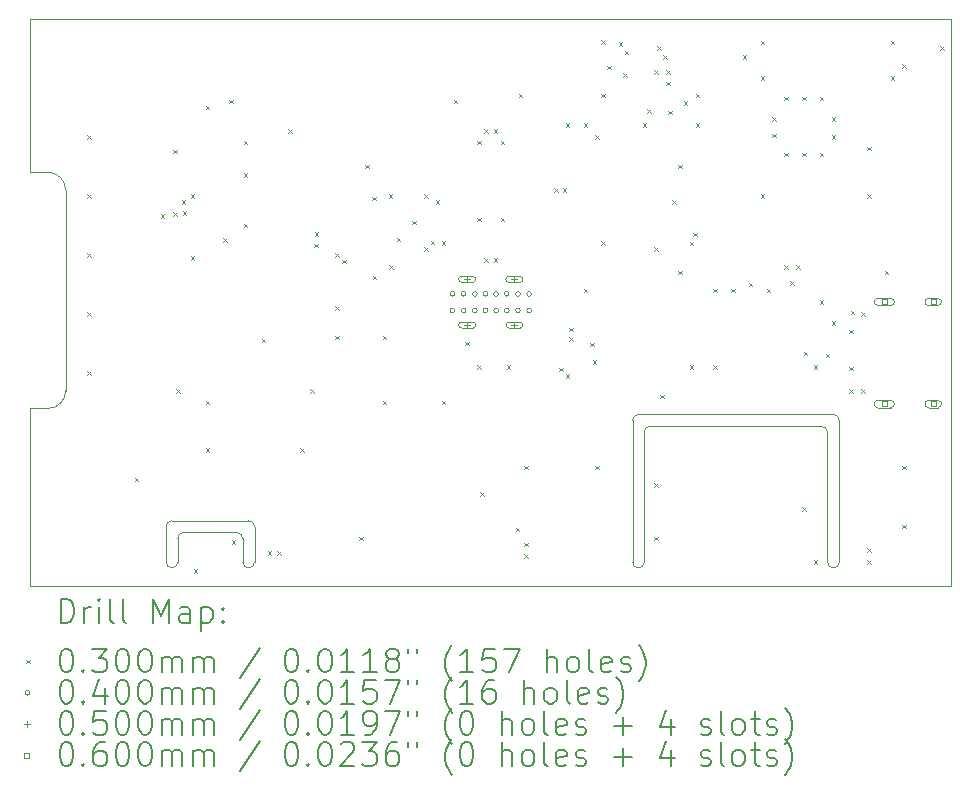
<source format=gbr>
%TF.GenerationSoftware,KiCad,Pcbnew,8.0.3*%
%TF.CreationDate,2024-07-02T16:51:38-07:00*%
%TF.ProjectId,canary,63616e61-7279-42e6-9b69-6361645f7063,rev?*%
%TF.SameCoordinates,PX2faf080PY2faf080*%
%TF.FileFunction,Drillmap*%
%TF.FilePolarity,Positive*%
%FSLAX45Y45*%
G04 Gerber Fmt 4.5, Leading zero omitted, Abs format (unit mm)*
G04 Created by KiCad (PCBNEW 8.0.3) date 2024-07-02 16:51:38*
%MOMM*%
%LPD*%
G01*
G04 APERTURE LIST*
%ADD10C,0.050000*%
%ADD11C,0.200000*%
%ADD12C,0.100000*%
G04 APERTURE END LIST*
D10*
X1150000Y-4300000D02*
X1150000Y-4600000D01*
X6800000Y-4650000D02*
G75*
G02*
X6750000Y-4600000I0J50000D01*
G01*
X1800000Y-4400000D02*
X1800000Y-4600000D01*
X0Y0D02*
X7800000Y0D01*
X1300000Y-4350000D02*
X1750000Y-4350000D01*
X5100000Y-3400000D02*
G75*
G02*
X5150000Y-3350000I50000J0D01*
G01*
X150000Y-3300000D02*
X0Y-3300000D01*
X150000Y-1300000D02*
G75*
G02*
X300000Y-1450000I0J-150000D01*
G01*
X1900000Y-4600000D02*
G75*
G02*
X1850000Y-4650000I-50000J0D01*
G01*
X300000Y-1450000D02*
X300000Y-3150000D01*
X300000Y-3150000D02*
G75*
G02*
X150000Y-3300000I-150000J0D01*
G01*
X5250000Y-3450000D02*
X6700000Y-3450000D01*
X6850000Y-4600000D02*
X6850000Y-3400000D01*
X0Y-1300000D02*
X0Y0D01*
X1250000Y-4600000D02*
G75*
G02*
X1200000Y-4650000I-50000J0D01*
G01*
X1900000Y-4600000D02*
X1900000Y-4300000D01*
X6750000Y-3500000D02*
X6750000Y-4600000D01*
X1250000Y-4400000D02*
G75*
G02*
X1300000Y-4350000I50000J0D01*
G01*
X6700000Y-3450000D02*
G75*
G02*
X6750000Y-3500000I0J-50000D01*
G01*
X6800000Y-3350000D02*
X5150000Y-3350000D01*
X1150000Y-4300000D02*
G75*
G02*
X1200000Y-4250000I50000J0D01*
G01*
X7800000Y-4800000D02*
X0Y-4800000D01*
X5100000Y-3400000D02*
X5100000Y-4600000D01*
X5150000Y-4650000D02*
G75*
G02*
X5100000Y-4600000I0J50000D01*
G01*
X1250000Y-4600000D02*
X1250000Y-4400000D01*
X1200000Y-4650000D02*
G75*
G02*
X1150000Y-4600000I0J50000D01*
G01*
X5200000Y-3500000D02*
G75*
G02*
X5250000Y-3450000I50000J0D01*
G01*
X1750000Y-4350000D02*
G75*
G02*
X1800000Y-4400000I0J-50000D01*
G01*
X6800000Y-3350000D02*
G75*
G02*
X6850000Y-3400000I0J-50000D01*
G01*
X1850000Y-4250000D02*
G75*
G02*
X1900000Y-4300000I0J-50000D01*
G01*
X7800000Y0D02*
X7800000Y-4800000D01*
X5200000Y-4600000D02*
X5200000Y-3500000D01*
X0Y-1300000D02*
X150000Y-1300000D01*
X1850000Y-4250000D02*
X1200000Y-4250000D01*
X5200000Y-4600000D02*
G75*
G02*
X5150000Y-4650000I-50000J0D01*
G01*
X0Y-4800000D02*
X0Y-3300000D01*
X1850000Y-4650000D02*
G75*
G02*
X1800000Y-4600000I0J50000D01*
G01*
X6850000Y-4600000D02*
G75*
G02*
X6800000Y-4650000I-50000J0D01*
G01*
D11*
D12*
X485000Y-985000D02*
X515000Y-1015000D01*
X515000Y-985000D02*
X485000Y-1015000D01*
X485000Y-1485000D02*
X515000Y-1515000D01*
X515000Y-1485000D02*
X485000Y-1515000D01*
X485000Y-1985000D02*
X515000Y-2015000D01*
X515000Y-1985000D02*
X485000Y-2015000D01*
X485000Y-2485000D02*
X515000Y-2515000D01*
X515000Y-2485000D02*
X485000Y-2515000D01*
X485000Y-2985000D02*
X515000Y-3015000D01*
X515000Y-2985000D02*
X485000Y-3015000D01*
X885000Y-3885000D02*
X915000Y-3915000D01*
X915000Y-3885000D02*
X885000Y-3915000D01*
X1106030Y-1656030D02*
X1136030Y-1686030D01*
X1136030Y-1656030D02*
X1106030Y-1686030D01*
X1210000Y-1110000D02*
X1240000Y-1140000D01*
X1240000Y-1110000D02*
X1210000Y-1140000D01*
X1210478Y-1636435D02*
X1240478Y-1666435D01*
X1240478Y-1636435D02*
X1210478Y-1666435D01*
X1235000Y-3135000D02*
X1265000Y-3165000D01*
X1265000Y-3135000D02*
X1235000Y-3165000D01*
X1285000Y-1535000D02*
X1315000Y-1565000D01*
X1315000Y-1535000D02*
X1285000Y-1565000D01*
X1290779Y-1630632D02*
X1320779Y-1660632D01*
X1320779Y-1630632D02*
X1290779Y-1660632D01*
X1360000Y-1485000D02*
X1390000Y-1515000D01*
X1390000Y-1485000D02*
X1360000Y-1515000D01*
X1360000Y-2010000D02*
X1390000Y-2040000D01*
X1390000Y-2010000D02*
X1360000Y-2040000D01*
X1385000Y-4660000D02*
X1415000Y-4690000D01*
X1415000Y-4660000D02*
X1385000Y-4690000D01*
X1485000Y-735000D02*
X1515000Y-765000D01*
X1515000Y-735000D02*
X1485000Y-765000D01*
X1485000Y-3235000D02*
X1515000Y-3265000D01*
X1515000Y-3235000D02*
X1485000Y-3265000D01*
X1485000Y-3635000D02*
X1515000Y-3665000D01*
X1515000Y-3635000D02*
X1485000Y-3665000D01*
X1635000Y-1860000D02*
X1665000Y-1890000D01*
X1665000Y-1860000D02*
X1635000Y-1890000D01*
X1685000Y-685000D02*
X1715000Y-715000D01*
X1715000Y-685000D02*
X1685000Y-715000D01*
X1705000Y-4415000D02*
X1735000Y-4445000D01*
X1735000Y-4415000D02*
X1705000Y-4445000D01*
X1810000Y-1035000D02*
X1840000Y-1065000D01*
X1840000Y-1035000D02*
X1810000Y-1065000D01*
X1810000Y-1310000D02*
X1840000Y-1340000D01*
X1840000Y-1310000D02*
X1810000Y-1340000D01*
X1810000Y-1735000D02*
X1840000Y-1765000D01*
X1840000Y-1735000D02*
X1810000Y-1765000D01*
X1960000Y-2710000D02*
X1990000Y-2740000D01*
X1990000Y-2710000D02*
X1960000Y-2740000D01*
X2010000Y-4510000D02*
X2040000Y-4540000D01*
X2040000Y-4510000D02*
X2010000Y-4540000D01*
X2090000Y-4510000D02*
X2120000Y-4540000D01*
X2120000Y-4510000D02*
X2090000Y-4540000D01*
X2185000Y-935000D02*
X2215000Y-965000D01*
X2215000Y-935000D02*
X2185000Y-965000D01*
X2285000Y-3635000D02*
X2315000Y-3665000D01*
X2315000Y-3635000D02*
X2285000Y-3665000D01*
X2370000Y-3135000D02*
X2400000Y-3165000D01*
X2400000Y-3135000D02*
X2370000Y-3165000D01*
X2405962Y-1905962D02*
X2435962Y-1935962D01*
X2435962Y-1905962D02*
X2405962Y-1935962D01*
X2410000Y-1810000D02*
X2440000Y-1840000D01*
X2440000Y-1810000D02*
X2410000Y-1840000D01*
X2585000Y-1985000D02*
X2615000Y-2015000D01*
X2615000Y-1985000D02*
X2585000Y-2015000D01*
X2585000Y-2435000D02*
X2615000Y-2465000D01*
X2615000Y-2435000D02*
X2585000Y-2465000D01*
X2585000Y-2685000D02*
X2615000Y-2715000D01*
X2615000Y-2685000D02*
X2585000Y-2715000D01*
X2641569Y-2041569D02*
X2671569Y-2071569D01*
X2671569Y-2041569D02*
X2641569Y-2071569D01*
X2785000Y-4385000D02*
X2815000Y-4415000D01*
X2815000Y-4385000D02*
X2785000Y-4415000D01*
X2835000Y-1235000D02*
X2865000Y-1265000D01*
X2865000Y-1235000D02*
X2835000Y-1265000D01*
X2895000Y-1508076D02*
X2925000Y-1538076D01*
X2925000Y-1508076D02*
X2895000Y-1538076D01*
X2901538Y-2176538D02*
X2931538Y-2206538D01*
X2931538Y-2176538D02*
X2901538Y-2206538D01*
X2985000Y-2685000D02*
X3015000Y-2715000D01*
X3015000Y-2685000D02*
X2985000Y-2715000D01*
X2985000Y-3235000D02*
X3015000Y-3265000D01*
X3015000Y-3235000D02*
X2985000Y-3265000D01*
X3035000Y-1485000D02*
X3065000Y-1515000D01*
X3065000Y-1485000D02*
X3035000Y-1515000D01*
X3040000Y-2085000D02*
X3070000Y-2115000D01*
X3070000Y-2085000D02*
X3040000Y-2115000D01*
X3105000Y-1855000D02*
X3135000Y-1885000D01*
X3135000Y-1855000D02*
X3105000Y-1885000D01*
X3235000Y-1710000D02*
X3265000Y-1740000D01*
X3265000Y-1710000D02*
X3235000Y-1740000D01*
X3335000Y-1485000D02*
X3365000Y-1515000D01*
X3365000Y-1485000D02*
X3335000Y-1515000D01*
X3335000Y-1935000D02*
X3365000Y-1965000D01*
X3365000Y-1935000D02*
X3335000Y-1965000D01*
X3391569Y-1878431D02*
X3421569Y-1908431D01*
X3421569Y-1878431D02*
X3391569Y-1908431D01*
X3435000Y-1535000D02*
X3465000Y-1565000D01*
X3465000Y-1535000D02*
X3435000Y-1565000D01*
X3485000Y-1885000D02*
X3515000Y-1915000D01*
X3515000Y-1885000D02*
X3485000Y-1915000D01*
X3485000Y-3235000D02*
X3515000Y-3265000D01*
X3515000Y-3235000D02*
X3485000Y-3265000D01*
X3585000Y-685000D02*
X3615000Y-715000D01*
X3615000Y-685000D02*
X3585000Y-715000D01*
X3685000Y-2735000D02*
X3715000Y-2765000D01*
X3715000Y-2735000D02*
X3685000Y-2765000D01*
X3785000Y-1035000D02*
X3815000Y-1065000D01*
X3815000Y-1035000D02*
X3785000Y-1065000D01*
X3785000Y-1685000D02*
X3815000Y-1715000D01*
X3815000Y-1685000D02*
X3785000Y-1715000D01*
X3785000Y-2935000D02*
X3815000Y-2965000D01*
X3815000Y-2935000D02*
X3785000Y-2965000D01*
X3810000Y-4010000D02*
X3840000Y-4040000D01*
X3840000Y-4010000D02*
X3810000Y-4040000D01*
X3844840Y-935000D02*
X3874840Y-965000D01*
X3874840Y-935000D02*
X3844840Y-965000D01*
X3844840Y-2026840D02*
X3874840Y-2056840D01*
X3874840Y-2026840D02*
X3844840Y-2056840D01*
X3925160Y-935000D02*
X3955160Y-965000D01*
X3955160Y-935000D02*
X3925160Y-965000D01*
X3925160Y-2026840D02*
X3955160Y-2056840D01*
X3955160Y-2026840D02*
X3925160Y-2056840D01*
X3985000Y-1035000D02*
X4015000Y-1065000D01*
X4015000Y-1035000D02*
X3985000Y-1065000D01*
X3985000Y-1685000D02*
X4015000Y-1715000D01*
X4015000Y-1685000D02*
X3985000Y-1715000D01*
X4035000Y-2935000D02*
X4065000Y-2965000D01*
X4065000Y-2935000D02*
X4035000Y-2965000D01*
X4110000Y-4310000D02*
X4140000Y-4340000D01*
X4140000Y-4310000D02*
X4110000Y-4340000D01*
X4135000Y-635000D02*
X4165000Y-665000D01*
X4165000Y-635000D02*
X4135000Y-665000D01*
X4185000Y-3785000D02*
X4215000Y-3815000D01*
X4215000Y-3785000D02*
X4185000Y-3815000D01*
X4185000Y-4435000D02*
X4215000Y-4465000D01*
X4215000Y-4435000D02*
X4185000Y-4465000D01*
X4185000Y-4535000D02*
X4215000Y-4565000D01*
X4215000Y-4535000D02*
X4185000Y-4565000D01*
X4435000Y-1435000D02*
X4465000Y-1465000D01*
X4465000Y-1435000D02*
X4435000Y-1465000D01*
X4478431Y-2953431D02*
X4508431Y-2983431D01*
X4508431Y-2953431D02*
X4478431Y-2983431D01*
X4510000Y-1435000D02*
X4540000Y-1465000D01*
X4540000Y-1435000D02*
X4510000Y-1465000D01*
X4535000Y-885000D02*
X4565000Y-915000D01*
X4565000Y-885000D02*
X4535000Y-915000D01*
X4535000Y-3010000D02*
X4565000Y-3040000D01*
X4565000Y-3010000D02*
X4535000Y-3040000D01*
X4563397Y-2616443D02*
X4593397Y-2646443D01*
X4593397Y-2616443D02*
X4563397Y-2646443D01*
X4563397Y-2696763D02*
X4593397Y-2726763D01*
X4593397Y-2696763D02*
X4563397Y-2726763D01*
X4685000Y-885000D02*
X4715000Y-915000D01*
X4715000Y-885000D02*
X4685000Y-915000D01*
X4685000Y-2285000D02*
X4715000Y-2315000D01*
X4715000Y-2285000D02*
X4685000Y-2315000D01*
X4739849Y-2741763D02*
X4769849Y-2771763D01*
X4769849Y-2741763D02*
X4739849Y-2771763D01*
X4764927Y-2889926D02*
X4794927Y-2919926D01*
X4794927Y-2889926D02*
X4764927Y-2919926D01*
X4785000Y-985000D02*
X4815000Y-1015000D01*
X4815000Y-985000D02*
X4785000Y-1015000D01*
X4785000Y-3785000D02*
X4815000Y-3815000D01*
X4815000Y-3785000D02*
X4785000Y-3815000D01*
X4835000Y-182500D02*
X4865000Y-212500D01*
X4865000Y-182500D02*
X4835000Y-212500D01*
X4835000Y-635000D02*
X4865000Y-665000D01*
X4865000Y-635000D02*
X4835000Y-665000D01*
X4835000Y-1885000D02*
X4865000Y-1915000D01*
X4865000Y-1885000D02*
X4835000Y-1915000D01*
X4885000Y-397500D02*
X4915000Y-427500D01*
X4915000Y-397500D02*
X4885000Y-427500D01*
X4984556Y-197500D02*
X5014556Y-227500D01*
X5014556Y-197500D02*
X4984556Y-227500D01*
X5022056Y-460444D02*
X5052056Y-490444D01*
X5052056Y-460444D02*
X5022056Y-490444D01*
X5035000Y-272500D02*
X5065000Y-302500D01*
X5065000Y-272500D02*
X5035000Y-302500D01*
X5185000Y-885000D02*
X5215000Y-915000D01*
X5215000Y-885000D02*
X5185000Y-915000D01*
X5225000Y-764183D02*
X5255000Y-794183D01*
X5255000Y-764183D02*
X5225000Y-794183D01*
X5285000Y-435000D02*
X5315000Y-465000D01*
X5315000Y-435000D02*
X5285000Y-465000D01*
X5285000Y-1935000D02*
X5315000Y-1965000D01*
X5315000Y-1935000D02*
X5285000Y-1965000D01*
X5285000Y-3935000D02*
X5315000Y-3965000D01*
X5315000Y-3935000D02*
X5285000Y-3965000D01*
X5285000Y-4385000D02*
X5315000Y-4415000D01*
X5315000Y-4385000D02*
X5285000Y-4415000D01*
X5310000Y-235000D02*
X5340000Y-265000D01*
X5340000Y-235000D02*
X5310000Y-265000D01*
X5335000Y-3185000D02*
X5365000Y-3215000D01*
X5365000Y-3185000D02*
X5335000Y-3215000D01*
X5360000Y-310000D02*
X5390000Y-340000D01*
X5390000Y-310000D02*
X5360000Y-340000D01*
X5385000Y-435000D02*
X5415000Y-465000D01*
X5415000Y-435000D02*
X5385000Y-465000D01*
X5385000Y-535000D02*
X5415000Y-565000D01*
X5415000Y-535000D02*
X5385000Y-565000D01*
X5402455Y-777204D02*
X5432455Y-807204D01*
X5432455Y-777204D02*
X5402455Y-807204D01*
X5435000Y-1535000D02*
X5465000Y-1565000D01*
X5465000Y-1535000D02*
X5435000Y-1565000D01*
X5485000Y-1235000D02*
X5515000Y-1265000D01*
X5515000Y-1235000D02*
X5485000Y-1265000D01*
X5485000Y-2135000D02*
X5515000Y-2165000D01*
X5515000Y-2135000D02*
X5485000Y-2165000D01*
X5535000Y-697500D02*
X5565000Y-727500D01*
X5565000Y-697500D02*
X5535000Y-727500D01*
X5583904Y-1887763D02*
X5613904Y-1917763D01*
X5613904Y-1887763D02*
X5583904Y-1917763D01*
X5585000Y-2935000D02*
X5615000Y-2965000D01*
X5615000Y-2935000D02*
X5585000Y-2965000D01*
X5613397Y-1813397D02*
X5643397Y-1843397D01*
X5643397Y-1813397D02*
X5613397Y-1843397D01*
X5635000Y-635000D02*
X5665000Y-665000D01*
X5665000Y-635000D02*
X5635000Y-665000D01*
X5635000Y-885000D02*
X5665000Y-915000D01*
X5665000Y-885000D02*
X5635000Y-915000D01*
X5785000Y-2285000D02*
X5815000Y-2315000D01*
X5815000Y-2285000D02*
X5785000Y-2315000D01*
X5785000Y-2935000D02*
X5815000Y-2965000D01*
X5815000Y-2935000D02*
X5785000Y-2965000D01*
X5935000Y-2285000D02*
X5965000Y-2315000D01*
X5965000Y-2285000D02*
X5935000Y-2315000D01*
X6035000Y-310000D02*
X6065000Y-340000D01*
X6065000Y-310000D02*
X6035000Y-340000D01*
X6085000Y-2235000D02*
X6115000Y-2265000D01*
X6115000Y-2235000D02*
X6085000Y-2265000D01*
X6185000Y-185000D02*
X6215000Y-215000D01*
X6215000Y-185000D02*
X6185000Y-215000D01*
X6185000Y-485000D02*
X6215000Y-515000D01*
X6215000Y-485000D02*
X6185000Y-515000D01*
X6185000Y-1485000D02*
X6215000Y-1515000D01*
X6215000Y-1485000D02*
X6185000Y-1515000D01*
X6235000Y-2285000D02*
X6265000Y-2315000D01*
X6265000Y-2285000D02*
X6235000Y-2315000D01*
X6285000Y-835000D02*
X6315000Y-865000D01*
X6315000Y-835000D02*
X6285000Y-865000D01*
X6285000Y-975000D02*
X6315000Y-1005000D01*
X6315000Y-975000D02*
X6285000Y-1005000D01*
X6385000Y-660000D02*
X6415000Y-690000D01*
X6415000Y-660000D02*
X6385000Y-690000D01*
X6385000Y-1135000D02*
X6415000Y-1165000D01*
X6415000Y-1135000D02*
X6385000Y-1165000D01*
X6385000Y-2085000D02*
X6415000Y-2115000D01*
X6415000Y-2085000D02*
X6385000Y-2115000D01*
X6435000Y-2222500D02*
X6465000Y-2252500D01*
X6465000Y-2222500D02*
X6435000Y-2252500D01*
X6485000Y-2085000D02*
X6515000Y-2115000D01*
X6515000Y-2085000D02*
X6485000Y-2115000D01*
X6535000Y-660000D02*
X6565000Y-690000D01*
X6565000Y-660000D02*
X6535000Y-690000D01*
X6535000Y-1135000D02*
X6565000Y-1165000D01*
X6565000Y-1135000D02*
X6535000Y-1165000D01*
X6535000Y-4135000D02*
X6565000Y-4165000D01*
X6565000Y-4135000D02*
X6535000Y-4165000D01*
X6549783Y-2820217D02*
X6579783Y-2850217D01*
X6579783Y-2820217D02*
X6549783Y-2850217D01*
X6635000Y-2935000D02*
X6665000Y-2965000D01*
X6665000Y-2935000D02*
X6635000Y-2965000D01*
X6635000Y-4585000D02*
X6665000Y-4615000D01*
X6665000Y-4585000D02*
X6635000Y-4615000D01*
X6685000Y-660000D02*
X6715000Y-690000D01*
X6715000Y-660000D02*
X6685000Y-690000D01*
X6685000Y-1135000D02*
X6715000Y-1165000D01*
X6715000Y-1135000D02*
X6685000Y-1165000D01*
X6685000Y-2385000D02*
X6715000Y-2415000D01*
X6715000Y-2385000D02*
X6685000Y-2415000D01*
X6735000Y-2835000D02*
X6765000Y-2865000D01*
X6765000Y-2835000D02*
X6735000Y-2865000D01*
X6785000Y-835000D02*
X6815000Y-865000D01*
X6815000Y-835000D02*
X6785000Y-865000D01*
X6785000Y-985000D02*
X6815000Y-1015000D01*
X6815000Y-985000D02*
X6785000Y-1015000D01*
X6785000Y-2560000D02*
X6815000Y-2590000D01*
X6815000Y-2560000D02*
X6785000Y-2590000D01*
X6935000Y-2635000D02*
X6965000Y-2665000D01*
X6965000Y-2635000D02*
X6935000Y-2665000D01*
X6935000Y-2947500D02*
X6965000Y-2977500D01*
X6965000Y-2947500D02*
X6935000Y-2977500D01*
X6935000Y-3135000D02*
X6965000Y-3165000D01*
X6965000Y-3135000D02*
X6935000Y-3165000D01*
X6946621Y-2473379D02*
X6976621Y-2503379D01*
X6976621Y-2473379D02*
X6946621Y-2503379D01*
X7035000Y-2485000D02*
X7065000Y-2515000D01*
X7065000Y-2485000D02*
X7035000Y-2515000D01*
X7035000Y-3135000D02*
X7065000Y-3165000D01*
X7065000Y-3135000D02*
X7035000Y-3165000D01*
X7085000Y-1085000D02*
X7115000Y-1115000D01*
X7115000Y-1085000D02*
X7085000Y-1115000D01*
X7085000Y-1485000D02*
X7115000Y-1515000D01*
X7115000Y-1485000D02*
X7085000Y-1515000D01*
X7085000Y-4485000D02*
X7115000Y-4515000D01*
X7115000Y-4485000D02*
X7085000Y-4515000D01*
X7085000Y-4585000D02*
X7115000Y-4615000D01*
X7115000Y-4585000D02*
X7085000Y-4615000D01*
X7235000Y-2135000D02*
X7265000Y-2165000D01*
X7265000Y-2135000D02*
X7235000Y-2165000D01*
X7285000Y-185000D02*
X7315000Y-215000D01*
X7315000Y-185000D02*
X7285000Y-215000D01*
X7285000Y-485000D02*
X7315000Y-515000D01*
X7315000Y-485000D02*
X7285000Y-515000D01*
X7385000Y-385000D02*
X7415000Y-415000D01*
X7415000Y-385000D02*
X7385000Y-415000D01*
X7385000Y-3785000D02*
X7415000Y-3815000D01*
X7415000Y-3785000D02*
X7385000Y-3815000D01*
X7385000Y-4285000D02*
X7415000Y-4315000D01*
X7415000Y-4285000D02*
X7385000Y-4315000D01*
X7705000Y-235000D02*
X7735000Y-265000D01*
X7735000Y-235000D02*
X7705000Y-265000D01*
X3595000Y-2330000D02*
G75*
G02*
X3555000Y-2330000I-20000J0D01*
G01*
X3555000Y-2330000D02*
G75*
G02*
X3595000Y-2330000I20000J0D01*
G01*
X3595000Y-2470000D02*
G75*
G02*
X3555000Y-2470000I-20000J0D01*
G01*
X3555000Y-2470000D02*
G75*
G02*
X3595000Y-2470000I20000J0D01*
G01*
X3690000Y-2330000D02*
G75*
G02*
X3650000Y-2330000I-20000J0D01*
G01*
X3650000Y-2330000D02*
G75*
G02*
X3690000Y-2330000I20000J0D01*
G01*
X3690000Y-2470000D02*
G75*
G02*
X3650000Y-2470000I-20000J0D01*
G01*
X3650000Y-2470000D02*
G75*
G02*
X3690000Y-2470000I20000J0D01*
G01*
X3785000Y-2330000D02*
G75*
G02*
X3745000Y-2330000I-20000J0D01*
G01*
X3745000Y-2330000D02*
G75*
G02*
X3785000Y-2330000I20000J0D01*
G01*
X3785000Y-2470000D02*
G75*
G02*
X3745000Y-2470000I-20000J0D01*
G01*
X3745000Y-2470000D02*
G75*
G02*
X3785000Y-2470000I20000J0D01*
G01*
X3875000Y-2330000D02*
G75*
G02*
X3835000Y-2330000I-20000J0D01*
G01*
X3835000Y-2330000D02*
G75*
G02*
X3875000Y-2330000I20000J0D01*
G01*
X3875000Y-2470000D02*
G75*
G02*
X3835000Y-2470000I-20000J0D01*
G01*
X3835000Y-2470000D02*
G75*
G02*
X3875000Y-2470000I20000J0D01*
G01*
X3965000Y-2330000D02*
G75*
G02*
X3925000Y-2330000I-20000J0D01*
G01*
X3925000Y-2330000D02*
G75*
G02*
X3965000Y-2330000I20000J0D01*
G01*
X3965000Y-2470000D02*
G75*
G02*
X3925000Y-2470000I-20000J0D01*
G01*
X3925000Y-2470000D02*
G75*
G02*
X3965000Y-2470000I20000J0D01*
G01*
X4055000Y-2330000D02*
G75*
G02*
X4015000Y-2330000I-20000J0D01*
G01*
X4015000Y-2330000D02*
G75*
G02*
X4055000Y-2330000I20000J0D01*
G01*
X4055000Y-2470000D02*
G75*
G02*
X4015000Y-2470000I-20000J0D01*
G01*
X4015000Y-2470000D02*
G75*
G02*
X4055000Y-2470000I20000J0D01*
G01*
X4150000Y-2330000D02*
G75*
G02*
X4110000Y-2330000I-20000J0D01*
G01*
X4110000Y-2330000D02*
G75*
G02*
X4150000Y-2330000I20000J0D01*
G01*
X4150000Y-2470000D02*
G75*
G02*
X4110000Y-2470000I-20000J0D01*
G01*
X4110000Y-2470000D02*
G75*
G02*
X4150000Y-2470000I20000J0D01*
G01*
X4245000Y-2330000D02*
G75*
G02*
X4205000Y-2330000I-20000J0D01*
G01*
X4205000Y-2330000D02*
G75*
G02*
X4245000Y-2330000I20000J0D01*
G01*
X4245000Y-2470000D02*
G75*
G02*
X4205000Y-2470000I-20000J0D01*
G01*
X4205000Y-2470000D02*
G75*
G02*
X4245000Y-2470000I20000J0D01*
G01*
X3700000Y-2181999D02*
X3700000Y-2232001D01*
X3674999Y-2207000D02*
X3725001Y-2207000D01*
X3652501Y-2232001D02*
X3747499Y-2232001D01*
X3747499Y-2181999D02*
G75*
G02*
X3747499Y-2232001I0J-25001D01*
G01*
X3747499Y-2181999D02*
X3652501Y-2181999D01*
X3652501Y-2181999D02*
G75*
G03*
X3652501Y-2232001I0J-25001D01*
G01*
X3700000Y-2567999D02*
X3700000Y-2618001D01*
X3674999Y-2593000D02*
X3725001Y-2593000D01*
X3652501Y-2618001D02*
X3747499Y-2618001D01*
X3747499Y-2567999D02*
G75*
G02*
X3747499Y-2618001I0J-25001D01*
G01*
X3747499Y-2567999D02*
X3652501Y-2567999D01*
X3652501Y-2567999D02*
G75*
G03*
X3652501Y-2618001I0J-25001D01*
G01*
X4100000Y-2181999D02*
X4100000Y-2232001D01*
X4074999Y-2207000D02*
X4125001Y-2207000D01*
X4052501Y-2232001D02*
X4147499Y-2232001D01*
X4147499Y-2181999D02*
G75*
G02*
X4147499Y-2232001I0J-25001D01*
G01*
X4147499Y-2181999D02*
X4052501Y-2181999D01*
X4052501Y-2181999D02*
G75*
G03*
X4052501Y-2232001I0J-25001D01*
G01*
X4100000Y-2567999D02*
X4100000Y-2618001D01*
X4074999Y-2593000D02*
X4125001Y-2593000D01*
X4052501Y-2618001D02*
X4147499Y-2618001D01*
X4147499Y-2567999D02*
G75*
G02*
X4147499Y-2618001I0J-25001D01*
G01*
X4147499Y-2567999D02*
X4052501Y-2567999D01*
X4052501Y-2567999D02*
G75*
G03*
X4052501Y-2618001I0J-25001D01*
G01*
X7252713Y-2419213D02*
X7252713Y-2376787D01*
X7210287Y-2376787D01*
X7210287Y-2419213D01*
X7252713Y-2419213D01*
X7176499Y-2428000D02*
X7286501Y-2428000D01*
X7286501Y-2368000D02*
G75*
G02*
X7286501Y-2428000I0J-30000D01*
G01*
X7286501Y-2368000D02*
X7176499Y-2368000D01*
X7176499Y-2368000D02*
G75*
G03*
X7176499Y-2428000I0J-30000D01*
G01*
X7252713Y-3283213D02*
X7252713Y-3240787D01*
X7210287Y-3240787D01*
X7210287Y-3283213D01*
X7252713Y-3283213D01*
X7176499Y-3292000D02*
X7286501Y-3292000D01*
X7286501Y-3232000D02*
G75*
G02*
X7286501Y-3292000I0J-30000D01*
G01*
X7286501Y-3232000D02*
X7176499Y-3232000D01*
X7176499Y-3232000D02*
G75*
G03*
X7176499Y-3292000I0J-30000D01*
G01*
X7667713Y-2419213D02*
X7667713Y-2376787D01*
X7625287Y-2376787D01*
X7625287Y-2419213D01*
X7667713Y-2419213D01*
X7606500Y-2428000D02*
X7686500Y-2428000D01*
X7686500Y-2368000D02*
G75*
G02*
X7686500Y-2428000I0J-30000D01*
G01*
X7686500Y-2368000D02*
X7606500Y-2368000D01*
X7606500Y-2368000D02*
G75*
G03*
X7606500Y-2428000I0J-30000D01*
G01*
X7667713Y-3283213D02*
X7667713Y-3240787D01*
X7625287Y-3240787D01*
X7625287Y-3283213D01*
X7667713Y-3283213D01*
X7606500Y-3292000D02*
X7686500Y-3292000D01*
X7686500Y-3232000D02*
G75*
G02*
X7686500Y-3292000I0J-30000D01*
G01*
X7686500Y-3232000D02*
X7606500Y-3232000D01*
X7606500Y-3232000D02*
G75*
G03*
X7606500Y-3292000I0J-30000D01*
G01*
D11*
X258277Y-5113984D02*
X258277Y-4913984D01*
X258277Y-4913984D02*
X305896Y-4913984D01*
X305896Y-4913984D02*
X334467Y-4923508D01*
X334467Y-4923508D02*
X353515Y-4942555D01*
X353515Y-4942555D02*
X363039Y-4961603D01*
X363039Y-4961603D02*
X372562Y-4999698D01*
X372562Y-4999698D02*
X372562Y-5028270D01*
X372562Y-5028270D02*
X363039Y-5066365D01*
X363039Y-5066365D02*
X353515Y-5085412D01*
X353515Y-5085412D02*
X334467Y-5104460D01*
X334467Y-5104460D02*
X305896Y-5113984D01*
X305896Y-5113984D02*
X258277Y-5113984D01*
X458277Y-5113984D02*
X458277Y-4980650D01*
X458277Y-5018746D02*
X467801Y-4999698D01*
X467801Y-4999698D02*
X477324Y-4990174D01*
X477324Y-4990174D02*
X496372Y-4980650D01*
X496372Y-4980650D02*
X515420Y-4980650D01*
X582086Y-5113984D02*
X582086Y-4980650D01*
X582086Y-4913984D02*
X572563Y-4923508D01*
X572563Y-4923508D02*
X582086Y-4933031D01*
X582086Y-4933031D02*
X591610Y-4923508D01*
X591610Y-4923508D02*
X582086Y-4913984D01*
X582086Y-4913984D02*
X582086Y-4933031D01*
X705896Y-5113984D02*
X686848Y-5104460D01*
X686848Y-5104460D02*
X677324Y-5085412D01*
X677324Y-5085412D02*
X677324Y-4913984D01*
X810658Y-5113984D02*
X791610Y-5104460D01*
X791610Y-5104460D02*
X782086Y-5085412D01*
X782086Y-5085412D02*
X782086Y-4913984D01*
X1039229Y-5113984D02*
X1039229Y-4913984D01*
X1039229Y-4913984D02*
X1105896Y-5056841D01*
X1105896Y-5056841D02*
X1172563Y-4913984D01*
X1172563Y-4913984D02*
X1172563Y-5113984D01*
X1353515Y-5113984D02*
X1353515Y-5009222D01*
X1353515Y-5009222D02*
X1343991Y-4990174D01*
X1343991Y-4990174D02*
X1324944Y-4980650D01*
X1324944Y-4980650D02*
X1286848Y-4980650D01*
X1286848Y-4980650D02*
X1267801Y-4990174D01*
X1353515Y-5104460D02*
X1334467Y-5113984D01*
X1334467Y-5113984D02*
X1286848Y-5113984D01*
X1286848Y-5113984D02*
X1267801Y-5104460D01*
X1267801Y-5104460D02*
X1258277Y-5085412D01*
X1258277Y-5085412D02*
X1258277Y-5066365D01*
X1258277Y-5066365D02*
X1267801Y-5047317D01*
X1267801Y-5047317D02*
X1286848Y-5037793D01*
X1286848Y-5037793D02*
X1334467Y-5037793D01*
X1334467Y-5037793D02*
X1353515Y-5028270D01*
X1448753Y-4980650D02*
X1448753Y-5180650D01*
X1448753Y-4990174D02*
X1467801Y-4980650D01*
X1467801Y-4980650D02*
X1505896Y-4980650D01*
X1505896Y-4980650D02*
X1524943Y-4990174D01*
X1524943Y-4990174D02*
X1534467Y-4999698D01*
X1534467Y-4999698D02*
X1543991Y-5018746D01*
X1543991Y-5018746D02*
X1543991Y-5075889D01*
X1543991Y-5075889D02*
X1534467Y-5094936D01*
X1534467Y-5094936D02*
X1524943Y-5104460D01*
X1524943Y-5104460D02*
X1505896Y-5113984D01*
X1505896Y-5113984D02*
X1467801Y-5113984D01*
X1467801Y-5113984D02*
X1448753Y-5104460D01*
X1629705Y-5094936D02*
X1639229Y-5104460D01*
X1639229Y-5104460D02*
X1629705Y-5113984D01*
X1629705Y-5113984D02*
X1620182Y-5104460D01*
X1620182Y-5104460D02*
X1629705Y-5094936D01*
X1629705Y-5094936D02*
X1629705Y-5113984D01*
X1629705Y-4990174D02*
X1639229Y-4999698D01*
X1639229Y-4999698D02*
X1629705Y-5009222D01*
X1629705Y-5009222D02*
X1620182Y-4999698D01*
X1620182Y-4999698D02*
X1629705Y-4990174D01*
X1629705Y-4990174D02*
X1629705Y-5009222D01*
D12*
X-32500Y-5427500D02*
X-2500Y-5457500D01*
X-2500Y-5427500D02*
X-32500Y-5457500D01*
D11*
X296372Y-5333984D02*
X315420Y-5333984D01*
X315420Y-5333984D02*
X334467Y-5343508D01*
X334467Y-5343508D02*
X343991Y-5353031D01*
X343991Y-5353031D02*
X353515Y-5372079D01*
X353515Y-5372079D02*
X363039Y-5410174D01*
X363039Y-5410174D02*
X363039Y-5457793D01*
X363039Y-5457793D02*
X353515Y-5495889D01*
X353515Y-5495889D02*
X343991Y-5514936D01*
X343991Y-5514936D02*
X334467Y-5524460D01*
X334467Y-5524460D02*
X315420Y-5533984D01*
X315420Y-5533984D02*
X296372Y-5533984D01*
X296372Y-5533984D02*
X277324Y-5524460D01*
X277324Y-5524460D02*
X267801Y-5514936D01*
X267801Y-5514936D02*
X258277Y-5495889D01*
X258277Y-5495889D02*
X248753Y-5457793D01*
X248753Y-5457793D02*
X248753Y-5410174D01*
X248753Y-5410174D02*
X258277Y-5372079D01*
X258277Y-5372079D02*
X267801Y-5353031D01*
X267801Y-5353031D02*
X277324Y-5343508D01*
X277324Y-5343508D02*
X296372Y-5333984D01*
X448753Y-5514936D02*
X458277Y-5524460D01*
X458277Y-5524460D02*
X448753Y-5533984D01*
X448753Y-5533984D02*
X439229Y-5524460D01*
X439229Y-5524460D02*
X448753Y-5514936D01*
X448753Y-5514936D02*
X448753Y-5533984D01*
X524944Y-5333984D02*
X648753Y-5333984D01*
X648753Y-5333984D02*
X582086Y-5410174D01*
X582086Y-5410174D02*
X610658Y-5410174D01*
X610658Y-5410174D02*
X629705Y-5419698D01*
X629705Y-5419698D02*
X639229Y-5429222D01*
X639229Y-5429222D02*
X648753Y-5448270D01*
X648753Y-5448270D02*
X648753Y-5495889D01*
X648753Y-5495889D02*
X639229Y-5514936D01*
X639229Y-5514936D02*
X629705Y-5524460D01*
X629705Y-5524460D02*
X610658Y-5533984D01*
X610658Y-5533984D02*
X553515Y-5533984D01*
X553515Y-5533984D02*
X534467Y-5524460D01*
X534467Y-5524460D02*
X524944Y-5514936D01*
X772562Y-5333984D02*
X791610Y-5333984D01*
X791610Y-5333984D02*
X810658Y-5343508D01*
X810658Y-5343508D02*
X820182Y-5353031D01*
X820182Y-5353031D02*
X829705Y-5372079D01*
X829705Y-5372079D02*
X839229Y-5410174D01*
X839229Y-5410174D02*
X839229Y-5457793D01*
X839229Y-5457793D02*
X829705Y-5495889D01*
X829705Y-5495889D02*
X820182Y-5514936D01*
X820182Y-5514936D02*
X810658Y-5524460D01*
X810658Y-5524460D02*
X791610Y-5533984D01*
X791610Y-5533984D02*
X772562Y-5533984D01*
X772562Y-5533984D02*
X753515Y-5524460D01*
X753515Y-5524460D02*
X743991Y-5514936D01*
X743991Y-5514936D02*
X734467Y-5495889D01*
X734467Y-5495889D02*
X724943Y-5457793D01*
X724943Y-5457793D02*
X724943Y-5410174D01*
X724943Y-5410174D02*
X734467Y-5372079D01*
X734467Y-5372079D02*
X743991Y-5353031D01*
X743991Y-5353031D02*
X753515Y-5343508D01*
X753515Y-5343508D02*
X772562Y-5333984D01*
X963039Y-5333984D02*
X982086Y-5333984D01*
X982086Y-5333984D02*
X1001134Y-5343508D01*
X1001134Y-5343508D02*
X1010658Y-5353031D01*
X1010658Y-5353031D02*
X1020182Y-5372079D01*
X1020182Y-5372079D02*
X1029705Y-5410174D01*
X1029705Y-5410174D02*
X1029705Y-5457793D01*
X1029705Y-5457793D02*
X1020182Y-5495889D01*
X1020182Y-5495889D02*
X1010658Y-5514936D01*
X1010658Y-5514936D02*
X1001134Y-5524460D01*
X1001134Y-5524460D02*
X982086Y-5533984D01*
X982086Y-5533984D02*
X963039Y-5533984D01*
X963039Y-5533984D02*
X943991Y-5524460D01*
X943991Y-5524460D02*
X934467Y-5514936D01*
X934467Y-5514936D02*
X924943Y-5495889D01*
X924943Y-5495889D02*
X915420Y-5457793D01*
X915420Y-5457793D02*
X915420Y-5410174D01*
X915420Y-5410174D02*
X924943Y-5372079D01*
X924943Y-5372079D02*
X934467Y-5353031D01*
X934467Y-5353031D02*
X943991Y-5343508D01*
X943991Y-5343508D02*
X963039Y-5333984D01*
X1115420Y-5533984D02*
X1115420Y-5400650D01*
X1115420Y-5419698D02*
X1124944Y-5410174D01*
X1124944Y-5410174D02*
X1143991Y-5400650D01*
X1143991Y-5400650D02*
X1172563Y-5400650D01*
X1172563Y-5400650D02*
X1191610Y-5410174D01*
X1191610Y-5410174D02*
X1201134Y-5429222D01*
X1201134Y-5429222D02*
X1201134Y-5533984D01*
X1201134Y-5429222D02*
X1210658Y-5410174D01*
X1210658Y-5410174D02*
X1229705Y-5400650D01*
X1229705Y-5400650D02*
X1258277Y-5400650D01*
X1258277Y-5400650D02*
X1277325Y-5410174D01*
X1277325Y-5410174D02*
X1286848Y-5429222D01*
X1286848Y-5429222D02*
X1286848Y-5533984D01*
X1382086Y-5533984D02*
X1382086Y-5400650D01*
X1382086Y-5419698D02*
X1391610Y-5410174D01*
X1391610Y-5410174D02*
X1410658Y-5400650D01*
X1410658Y-5400650D02*
X1439229Y-5400650D01*
X1439229Y-5400650D02*
X1458277Y-5410174D01*
X1458277Y-5410174D02*
X1467801Y-5429222D01*
X1467801Y-5429222D02*
X1467801Y-5533984D01*
X1467801Y-5429222D02*
X1477324Y-5410174D01*
X1477324Y-5410174D02*
X1496372Y-5400650D01*
X1496372Y-5400650D02*
X1524943Y-5400650D01*
X1524943Y-5400650D02*
X1543991Y-5410174D01*
X1543991Y-5410174D02*
X1553515Y-5429222D01*
X1553515Y-5429222D02*
X1553515Y-5533984D01*
X1943991Y-5324460D02*
X1772563Y-5581603D01*
X2201134Y-5333984D02*
X2220182Y-5333984D01*
X2220182Y-5333984D02*
X2239229Y-5343508D01*
X2239229Y-5343508D02*
X2248753Y-5353031D01*
X2248753Y-5353031D02*
X2258277Y-5372079D01*
X2258277Y-5372079D02*
X2267801Y-5410174D01*
X2267801Y-5410174D02*
X2267801Y-5457793D01*
X2267801Y-5457793D02*
X2258277Y-5495889D01*
X2258277Y-5495889D02*
X2248753Y-5514936D01*
X2248753Y-5514936D02*
X2239229Y-5524460D01*
X2239229Y-5524460D02*
X2220182Y-5533984D01*
X2220182Y-5533984D02*
X2201134Y-5533984D01*
X2201134Y-5533984D02*
X2182087Y-5524460D01*
X2182087Y-5524460D02*
X2172563Y-5514936D01*
X2172563Y-5514936D02*
X2163039Y-5495889D01*
X2163039Y-5495889D02*
X2153515Y-5457793D01*
X2153515Y-5457793D02*
X2153515Y-5410174D01*
X2153515Y-5410174D02*
X2163039Y-5372079D01*
X2163039Y-5372079D02*
X2172563Y-5353031D01*
X2172563Y-5353031D02*
X2182087Y-5343508D01*
X2182087Y-5343508D02*
X2201134Y-5333984D01*
X2353515Y-5514936D02*
X2363039Y-5524460D01*
X2363039Y-5524460D02*
X2353515Y-5533984D01*
X2353515Y-5533984D02*
X2343991Y-5524460D01*
X2343991Y-5524460D02*
X2353515Y-5514936D01*
X2353515Y-5514936D02*
X2353515Y-5533984D01*
X2486848Y-5333984D02*
X2505896Y-5333984D01*
X2505896Y-5333984D02*
X2524944Y-5343508D01*
X2524944Y-5343508D02*
X2534468Y-5353031D01*
X2534468Y-5353031D02*
X2543991Y-5372079D01*
X2543991Y-5372079D02*
X2553515Y-5410174D01*
X2553515Y-5410174D02*
X2553515Y-5457793D01*
X2553515Y-5457793D02*
X2543991Y-5495889D01*
X2543991Y-5495889D02*
X2534468Y-5514936D01*
X2534468Y-5514936D02*
X2524944Y-5524460D01*
X2524944Y-5524460D02*
X2505896Y-5533984D01*
X2505896Y-5533984D02*
X2486848Y-5533984D01*
X2486848Y-5533984D02*
X2467801Y-5524460D01*
X2467801Y-5524460D02*
X2458277Y-5514936D01*
X2458277Y-5514936D02*
X2448753Y-5495889D01*
X2448753Y-5495889D02*
X2439229Y-5457793D01*
X2439229Y-5457793D02*
X2439229Y-5410174D01*
X2439229Y-5410174D02*
X2448753Y-5372079D01*
X2448753Y-5372079D02*
X2458277Y-5353031D01*
X2458277Y-5353031D02*
X2467801Y-5343508D01*
X2467801Y-5343508D02*
X2486848Y-5333984D01*
X2743991Y-5533984D02*
X2629706Y-5533984D01*
X2686848Y-5533984D02*
X2686848Y-5333984D01*
X2686848Y-5333984D02*
X2667801Y-5362555D01*
X2667801Y-5362555D02*
X2648753Y-5381603D01*
X2648753Y-5381603D02*
X2629706Y-5391127D01*
X2934467Y-5533984D02*
X2820182Y-5533984D01*
X2877325Y-5533984D02*
X2877325Y-5333984D01*
X2877325Y-5333984D02*
X2858277Y-5362555D01*
X2858277Y-5362555D02*
X2839229Y-5381603D01*
X2839229Y-5381603D02*
X2820182Y-5391127D01*
X3048753Y-5419698D02*
X3029706Y-5410174D01*
X3029706Y-5410174D02*
X3020182Y-5400650D01*
X3020182Y-5400650D02*
X3010658Y-5381603D01*
X3010658Y-5381603D02*
X3010658Y-5372079D01*
X3010658Y-5372079D02*
X3020182Y-5353031D01*
X3020182Y-5353031D02*
X3029706Y-5343508D01*
X3029706Y-5343508D02*
X3048753Y-5333984D01*
X3048753Y-5333984D02*
X3086848Y-5333984D01*
X3086848Y-5333984D02*
X3105896Y-5343508D01*
X3105896Y-5343508D02*
X3115420Y-5353031D01*
X3115420Y-5353031D02*
X3124944Y-5372079D01*
X3124944Y-5372079D02*
X3124944Y-5381603D01*
X3124944Y-5381603D02*
X3115420Y-5400650D01*
X3115420Y-5400650D02*
X3105896Y-5410174D01*
X3105896Y-5410174D02*
X3086848Y-5419698D01*
X3086848Y-5419698D02*
X3048753Y-5419698D01*
X3048753Y-5419698D02*
X3029706Y-5429222D01*
X3029706Y-5429222D02*
X3020182Y-5438746D01*
X3020182Y-5438746D02*
X3010658Y-5457793D01*
X3010658Y-5457793D02*
X3010658Y-5495889D01*
X3010658Y-5495889D02*
X3020182Y-5514936D01*
X3020182Y-5514936D02*
X3029706Y-5524460D01*
X3029706Y-5524460D02*
X3048753Y-5533984D01*
X3048753Y-5533984D02*
X3086848Y-5533984D01*
X3086848Y-5533984D02*
X3105896Y-5524460D01*
X3105896Y-5524460D02*
X3115420Y-5514936D01*
X3115420Y-5514936D02*
X3124944Y-5495889D01*
X3124944Y-5495889D02*
X3124944Y-5457793D01*
X3124944Y-5457793D02*
X3115420Y-5438746D01*
X3115420Y-5438746D02*
X3105896Y-5429222D01*
X3105896Y-5429222D02*
X3086848Y-5419698D01*
X3201134Y-5333984D02*
X3201134Y-5372079D01*
X3277325Y-5333984D02*
X3277325Y-5372079D01*
X3572563Y-5610174D02*
X3563039Y-5600650D01*
X3563039Y-5600650D02*
X3543991Y-5572079D01*
X3543991Y-5572079D02*
X3534468Y-5553031D01*
X3534468Y-5553031D02*
X3524944Y-5524460D01*
X3524944Y-5524460D02*
X3515420Y-5476841D01*
X3515420Y-5476841D02*
X3515420Y-5438746D01*
X3515420Y-5438746D02*
X3524944Y-5391127D01*
X3524944Y-5391127D02*
X3534468Y-5362555D01*
X3534468Y-5362555D02*
X3543991Y-5343508D01*
X3543991Y-5343508D02*
X3563039Y-5314936D01*
X3563039Y-5314936D02*
X3572563Y-5305412D01*
X3753515Y-5533984D02*
X3639229Y-5533984D01*
X3696372Y-5533984D02*
X3696372Y-5333984D01*
X3696372Y-5333984D02*
X3677325Y-5362555D01*
X3677325Y-5362555D02*
X3658277Y-5381603D01*
X3658277Y-5381603D02*
X3639229Y-5391127D01*
X3934468Y-5333984D02*
X3839229Y-5333984D01*
X3839229Y-5333984D02*
X3829706Y-5429222D01*
X3829706Y-5429222D02*
X3839229Y-5419698D01*
X3839229Y-5419698D02*
X3858277Y-5410174D01*
X3858277Y-5410174D02*
X3905896Y-5410174D01*
X3905896Y-5410174D02*
X3924944Y-5419698D01*
X3924944Y-5419698D02*
X3934468Y-5429222D01*
X3934468Y-5429222D02*
X3943991Y-5448270D01*
X3943991Y-5448270D02*
X3943991Y-5495889D01*
X3943991Y-5495889D02*
X3934468Y-5514936D01*
X3934468Y-5514936D02*
X3924944Y-5524460D01*
X3924944Y-5524460D02*
X3905896Y-5533984D01*
X3905896Y-5533984D02*
X3858277Y-5533984D01*
X3858277Y-5533984D02*
X3839229Y-5524460D01*
X3839229Y-5524460D02*
X3829706Y-5514936D01*
X4010658Y-5333984D02*
X4143991Y-5333984D01*
X4143991Y-5333984D02*
X4058277Y-5533984D01*
X4372563Y-5533984D02*
X4372563Y-5333984D01*
X4458277Y-5533984D02*
X4458277Y-5429222D01*
X4458277Y-5429222D02*
X4448753Y-5410174D01*
X4448753Y-5410174D02*
X4429706Y-5400650D01*
X4429706Y-5400650D02*
X4401134Y-5400650D01*
X4401134Y-5400650D02*
X4382087Y-5410174D01*
X4382087Y-5410174D02*
X4372563Y-5419698D01*
X4582087Y-5533984D02*
X4563039Y-5524460D01*
X4563039Y-5524460D02*
X4553515Y-5514936D01*
X4553515Y-5514936D02*
X4543992Y-5495889D01*
X4543992Y-5495889D02*
X4543992Y-5438746D01*
X4543992Y-5438746D02*
X4553515Y-5419698D01*
X4553515Y-5419698D02*
X4563039Y-5410174D01*
X4563039Y-5410174D02*
X4582087Y-5400650D01*
X4582087Y-5400650D02*
X4610658Y-5400650D01*
X4610658Y-5400650D02*
X4629706Y-5410174D01*
X4629706Y-5410174D02*
X4639230Y-5419698D01*
X4639230Y-5419698D02*
X4648753Y-5438746D01*
X4648753Y-5438746D02*
X4648753Y-5495889D01*
X4648753Y-5495889D02*
X4639230Y-5514936D01*
X4639230Y-5514936D02*
X4629706Y-5524460D01*
X4629706Y-5524460D02*
X4610658Y-5533984D01*
X4610658Y-5533984D02*
X4582087Y-5533984D01*
X4763039Y-5533984D02*
X4743992Y-5524460D01*
X4743992Y-5524460D02*
X4734468Y-5505412D01*
X4734468Y-5505412D02*
X4734468Y-5333984D01*
X4915420Y-5524460D02*
X4896373Y-5533984D01*
X4896373Y-5533984D02*
X4858277Y-5533984D01*
X4858277Y-5533984D02*
X4839230Y-5524460D01*
X4839230Y-5524460D02*
X4829706Y-5505412D01*
X4829706Y-5505412D02*
X4829706Y-5429222D01*
X4829706Y-5429222D02*
X4839230Y-5410174D01*
X4839230Y-5410174D02*
X4858277Y-5400650D01*
X4858277Y-5400650D02*
X4896373Y-5400650D01*
X4896373Y-5400650D02*
X4915420Y-5410174D01*
X4915420Y-5410174D02*
X4924944Y-5429222D01*
X4924944Y-5429222D02*
X4924944Y-5448270D01*
X4924944Y-5448270D02*
X4829706Y-5467317D01*
X5001134Y-5524460D02*
X5020182Y-5533984D01*
X5020182Y-5533984D02*
X5058277Y-5533984D01*
X5058277Y-5533984D02*
X5077325Y-5524460D01*
X5077325Y-5524460D02*
X5086849Y-5505412D01*
X5086849Y-5505412D02*
X5086849Y-5495889D01*
X5086849Y-5495889D02*
X5077325Y-5476841D01*
X5077325Y-5476841D02*
X5058277Y-5467317D01*
X5058277Y-5467317D02*
X5029706Y-5467317D01*
X5029706Y-5467317D02*
X5010658Y-5457793D01*
X5010658Y-5457793D02*
X5001134Y-5438746D01*
X5001134Y-5438746D02*
X5001134Y-5429222D01*
X5001134Y-5429222D02*
X5010658Y-5410174D01*
X5010658Y-5410174D02*
X5029706Y-5400650D01*
X5029706Y-5400650D02*
X5058277Y-5400650D01*
X5058277Y-5400650D02*
X5077325Y-5410174D01*
X5153515Y-5610174D02*
X5163039Y-5600650D01*
X5163039Y-5600650D02*
X5182087Y-5572079D01*
X5182087Y-5572079D02*
X5191611Y-5553031D01*
X5191611Y-5553031D02*
X5201134Y-5524460D01*
X5201134Y-5524460D02*
X5210658Y-5476841D01*
X5210658Y-5476841D02*
X5210658Y-5438746D01*
X5210658Y-5438746D02*
X5201134Y-5391127D01*
X5201134Y-5391127D02*
X5191611Y-5362555D01*
X5191611Y-5362555D02*
X5182087Y-5343508D01*
X5182087Y-5343508D02*
X5163039Y-5314936D01*
X5163039Y-5314936D02*
X5153515Y-5305412D01*
D12*
X-2500Y-5706500D02*
G75*
G02*
X-42500Y-5706500I-20000J0D01*
G01*
X-42500Y-5706500D02*
G75*
G02*
X-2500Y-5706500I20000J0D01*
G01*
D11*
X296372Y-5597984D02*
X315420Y-5597984D01*
X315420Y-5597984D02*
X334467Y-5607508D01*
X334467Y-5607508D02*
X343991Y-5617031D01*
X343991Y-5617031D02*
X353515Y-5636079D01*
X353515Y-5636079D02*
X363039Y-5674174D01*
X363039Y-5674174D02*
X363039Y-5721793D01*
X363039Y-5721793D02*
X353515Y-5759888D01*
X353515Y-5759888D02*
X343991Y-5778936D01*
X343991Y-5778936D02*
X334467Y-5788460D01*
X334467Y-5788460D02*
X315420Y-5797984D01*
X315420Y-5797984D02*
X296372Y-5797984D01*
X296372Y-5797984D02*
X277324Y-5788460D01*
X277324Y-5788460D02*
X267801Y-5778936D01*
X267801Y-5778936D02*
X258277Y-5759888D01*
X258277Y-5759888D02*
X248753Y-5721793D01*
X248753Y-5721793D02*
X248753Y-5674174D01*
X248753Y-5674174D02*
X258277Y-5636079D01*
X258277Y-5636079D02*
X267801Y-5617031D01*
X267801Y-5617031D02*
X277324Y-5607508D01*
X277324Y-5607508D02*
X296372Y-5597984D01*
X448753Y-5778936D02*
X458277Y-5788460D01*
X458277Y-5788460D02*
X448753Y-5797984D01*
X448753Y-5797984D02*
X439229Y-5788460D01*
X439229Y-5788460D02*
X448753Y-5778936D01*
X448753Y-5778936D02*
X448753Y-5797984D01*
X629705Y-5664650D02*
X629705Y-5797984D01*
X582086Y-5588460D02*
X534467Y-5731317D01*
X534467Y-5731317D02*
X658277Y-5731317D01*
X772562Y-5597984D02*
X791610Y-5597984D01*
X791610Y-5597984D02*
X810658Y-5607508D01*
X810658Y-5607508D02*
X820182Y-5617031D01*
X820182Y-5617031D02*
X829705Y-5636079D01*
X829705Y-5636079D02*
X839229Y-5674174D01*
X839229Y-5674174D02*
X839229Y-5721793D01*
X839229Y-5721793D02*
X829705Y-5759888D01*
X829705Y-5759888D02*
X820182Y-5778936D01*
X820182Y-5778936D02*
X810658Y-5788460D01*
X810658Y-5788460D02*
X791610Y-5797984D01*
X791610Y-5797984D02*
X772562Y-5797984D01*
X772562Y-5797984D02*
X753515Y-5788460D01*
X753515Y-5788460D02*
X743991Y-5778936D01*
X743991Y-5778936D02*
X734467Y-5759888D01*
X734467Y-5759888D02*
X724943Y-5721793D01*
X724943Y-5721793D02*
X724943Y-5674174D01*
X724943Y-5674174D02*
X734467Y-5636079D01*
X734467Y-5636079D02*
X743991Y-5617031D01*
X743991Y-5617031D02*
X753515Y-5607508D01*
X753515Y-5607508D02*
X772562Y-5597984D01*
X963039Y-5597984D02*
X982086Y-5597984D01*
X982086Y-5597984D02*
X1001134Y-5607508D01*
X1001134Y-5607508D02*
X1010658Y-5617031D01*
X1010658Y-5617031D02*
X1020182Y-5636079D01*
X1020182Y-5636079D02*
X1029705Y-5674174D01*
X1029705Y-5674174D02*
X1029705Y-5721793D01*
X1029705Y-5721793D02*
X1020182Y-5759888D01*
X1020182Y-5759888D02*
X1010658Y-5778936D01*
X1010658Y-5778936D02*
X1001134Y-5788460D01*
X1001134Y-5788460D02*
X982086Y-5797984D01*
X982086Y-5797984D02*
X963039Y-5797984D01*
X963039Y-5797984D02*
X943991Y-5788460D01*
X943991Y-5788460D02*
X934467Y-5778936D01*
X934467Y-5778936D02*
X924943Y-5759888D01*
X924943Y-5759888D02*
X915420Y-5721793D01*
X915420Y-5721793D02*
X915420Y-5674174D01*
X915420Y-5674174D02*
X924943Y-5636079D01*
X924943Y-5636079D02*
X934467Y-5617031D01*
X934467Y-5617031D02*
X943991Y-5607508D01*
X943991Y-5607508D02*
X963039Y-5597984D01*
X1115420Y-5797984D02*
X1115420Y-5664650D01*
X1115420Y-5683698D02*
X1124944Y-5674174D01*
X1124944Y-5674174D02*
X1143991Y-5664650D01*
X1143991Y-5664650D02*
X1172563Y-5664650D01*
X1172563Y-5664650D02*
X1191610Y-5674174D01*
X1191610Y-5674174D02*
X1201134Y-5693222D01*
X1201134Y-5693222D02*
X1201134Y-5797984D01*
X1201134Y-5693222D02*
X1210658Y-5674174D01*
X1210658Y-5674174D02*
X1229705Y-5664650D01*
X1229705Y-5664650D02*
X1258277Y-5664650D01*
X1258277Y-5664650D02*
X1277325Y-5674174D01*
X1277325Y-5674174D02*
X1286848Y-5693222D01*
X1286848Y-5693222D02*
X1286848Y-5797984D01*
X1382086Y-5797984D02*
X1382086Y-5664650D01*
X1382086Y-5683698D02*
X1391610Y-5674174D01*
X1391610Y-5674174D02*
X1410658Y-5664650D01*
X1410658Y-5664650D02*
X1439229Y-5664650D01*
X1439229Y-5664650D02*
X1458277Y-5674174D01*
X1458277Y-5674174D02*
X1467801Y-5693222D01*
X1467801Y-5693222D02*
X1467801Y-5797984D01*
X1467801Y-5693222D02*
X1477324Y-5674174D01*
X1477324Y-5674174D02*
X1496372Y-5664650D01*
X1496372Y-5664650D02*
X1524943Y-5664650D01*
X1524943Y-5664650D02*
X1543991Y-5674174D01*
X1543991Y-5674174D02*
X1553515Y-5693222D01*
X1553515Y-5693222D02*
X1553515Y-5797984D01*
X1943991Y-5588460D02*
X1772563Y-5845603D01*
X2201134Y-5597984D02*
X2220182Y-5597984D01*
X2220182Y-5597984D02*
X2239229Y-5607508D01*
X2239229Y-5607508D02*
X2248753Y-5617031D01*
X2248753Y-5617031D02*
X2258277Y-5636079D01*
X2258277Y-5636079D02*
X2267801Y-5674174D01*
X2267801Y-5674174D02*
X2267801Y-5721793D01*
X2267801Y-5721793D02*
X2258277Y-5759888D01*
X2258277Y-5759888D02*
X2248753Y-5778936D01*
X2248753Y-5778936D02*
X2239229Y-5788460D01*
X2239229Y-5788460D02*
X2220182Y-5797984D01*
X2220182Y-5797984D02*
X2201134Y-5797984D01*
X2201134Y-5797984D02*
X2182087Y-5788460D01*
X2182087Y-5788460D02*
X2172563Y-5778936D01*
X2172563Y-5778936D02*
X2163039Y-5759888D01*
X2163039Y-5759888D02*
X2153515Y-5721793D01*
X2153515Y-5721793D02*
X2153515Y-5674174D01*
X2153515Y-5674174D02*
X2163039Y-5636079D01*
X2163039Y-5636079D02*
X2172563Y-5617031D01*
X2172563Y-5617031D02*
X2182087Y-5607508D01*
X2182087Y-5607508D02*
X2201134Y-5597984D01*
X2353515Y-5778936D02*
X2363039Y-5788460D01*
X2363039Y-5788460D02*
X2353515Y-5797984D01*
X2353515Y-5797984D02*
X2343991Y-5788460D01*
X2343991Y-5788460D02*
X2353515Y-5778936D01*
X2353515Y-5778936D02*
X2353515Y-5797984D01*
X2486848Y-5597984D02*
X2505896Y-5597984D01*
X2505896Y-5597984D02*
X2524944Y-5607508D01*
X2524944Y-5607508D02*
X2534468Y-5617031D01*
X2534468Y-5617031D02*
X2543991Y-5636079D01*
X2543991Y-5636079D02*
X2553515Y-5674174D01*
X2553515Y-5674174D02*
X2553515Y-5721793D01*
X2553515Y-5721793D02*
X2543991Y-5759888D01*
X2543991Y-5759888D02*
X2534468Y-5778936D01*
X2534468Y-5778936D02*
X2524944Y-5788460D01*
X2524944Y-5788460D02*
X2505896Y-5797984D01*
X2505896Y-5797984D02*
X2486848Y-5797984D01*
X2486848Y-5797984D02*
X2467801Y-5788460D01*
X2467801Y-5788460D02*
X2458277Y-5778936D01*
X2458277Y-5778936D02*
X2448753Y-5759888D01*
X2448753Y-5759888D02*
X2439229Y-5721793D01*
X2439229Y-5721793D02*
X2439229Y-5674174D01*
X2439229Y-5674174D02*
X2448753Y-5636079D01*
X2448753Y-5636079D02*
X2458277Y-5617031D01*
X2458277Y-5617031D02*
X2467801Y-5607508D01*
X2467801Y-5607508D02*
X2486848Y-5597984D01*
X2743991Y-5797984D02*
X2629706Y-5797984D01*
X2686848Y-5797984D02*
X2686848Y-5597984D01*
X2686848Y-5597984D02*
X2667801Y-5626555D01*
X2667801Y-5626555D02*
X2648753Y-5645603D01*
X2648753Y-5645603D02*
X2629706Y-5655127D01*
X2924944Y-5597984D02*
X2829706Y-5597984D01*
X2829706Y-5597984D02*
X2820182Y-5693222D01*
X2820182Y-5693222D02*
X2829706Y-5683698D01*
X2829706Y-5683698D02*
X2848753Y-5674174D01*
X2848753Y-5674174D02*
X2896372Y-5674174D01*
X2896372Y-5674174D02*
X2915420Y-5683698D01*
X2915420Y-5683698D02*
X2924944Y-5693222D01*
X2924944Y-5693222D02*
X2934467Y-5712269D01*
X2934467Y-5712269D02*
X2934467Y-5759888D01*
X2934467Y-5759888D02*
X2924944Y-5778936D01*
X2924944Y-5778936D02*
X2915420Y-5788460D01*
X2915420Y-5788460D02*
X2896372Y-5797984D01*
X2896372Y-5797984D02*
X2848753Y-5797984D01*
X2848753Y-5797984D02*
X2829706Y-5788460D01*
X2829706Y-5788460D02*
X2820182Y-5778936D01*
X3001134Y-5597984D02*
X3134467Y-5597984D01*
X3134467Y-5597984D02*
X3048753Y-5797984D01*
X3201134Y-5597984D02*
X3201134Y-5636079D01*
X3277325Y-5597984D02*
X3277325Y-5636079D01*
X3572563Y-5874174D02*
X3563039Y-5864650D01*
X3563039Y-5864650D02*
X3543991Y-5836079D01*
X3543991Y-5836079D02*
X3534468Y-5817031D01*
X3534468Y-5817031D02*
X3524944Y-5788460D01*
X3524944Y-5788460D02*
X3515420Y-5740841D01*
X3515420Y-5740841D02*
X3515420Y-5702746D01*
X3515420Y-5702746D02*
X3524944Y-5655127D01*
X3524944Y-5655127D02*
X3534468Y-5626555D01*
X3534468Y-5626555D02*
X3543991Y-5607508D01*
X3543991Y-5607508D02*
X3563039Y-5578936D01*
X3563039Y-5578936D02*
X3572563Y-5569412D01*
X3753515Y-5797984D02*
X3639229Y-5797984D01*
X3696372Y-5797984D02*
X3696372Y-5597984D01*
X3696372Y-5597984D02*
X3677325Y-5626555D01*
X3677325Y-5626555D02*
X3658277Y-5645603D01*
X3658277Y-5645603D02*
X3639229Y-5655127D01*
X3924944Y-5597984D02*
X3886848Y-5597984D01*
X3886848Y-5597984D02*
X3867801Y-5607508D01*
X3867801Y-5607508D02*
X3858277Y-5617031D01*
X3858277Y-5617031D02*
X3839229Y-5645603D01*
X3839229Y-5645603D02*
X3829706Y-5683698D01*
X3829706Y-5683698D02*
X3829706Y-5759888D01*
X3829706Y-5759888D02*
X3839229Y-5778936D01*
X3839229Y-5778936D02*
X3848753Y-5788460D01*
X3848753Y-5788460D02*
X3867801Y-5797984D01*
X3867801Y-5797984D02*
X3905896Y-5797984D01*
X3905896Y-5797984D02*
X3924944Y-5788460D01*
X3924944Y-5788460D02*
X3934468Y-5778936D01*
X3934468Y-5778936D02*
X3943991Y-5759888D01*
X3943991Y-5759888D02*
X3943991Y-5712269D01*
X3943991Y-5712269D02*
X3934468Y-5693222D01*
X3934468Y-5693222D02*
X3924944Y-5683698D01*
X3924944Y-5683698D02*
X3905896Y-5674174D01*
X3905896Y-5674174D02*
X3867801Y-5674174D01*
X3867801Y-5674174D02*
X3848753Y-5683698D01*
X3848753Y-5683698D02*
X3839229Y-5693222D01*
X3839229Y-5693222D02*
X3829706Y-5712269D01*
X4182087Y-5797984D02*
X4182087Y-5597984D01*
X4267801Y-5797984D02*
X4267801Y-5693222D01*
X4267801Y-5693222D02*
X4258277Y-5674174D01*
X4258277Y-5674174D02*
X4239230Y-5664650D01*
X4239230Y-5664650D02*
X4210658Y-5664650D01*
X4210658Y-5664650D02*
X4191610Y-5674174D01*
X4191610Y-5674174D02*
X4182087Y-5683698D01*
X4391611Y-5797984D02*
X4372563Y-5788460D01*
X4372563Y-5788460D02*
X4363039Y-5778936D01*
X4363039Y-5778936D02*
X4353515Y-5759888D01*
X4353515Y-5759888D02*
X4353515Y-5702746D01*
X4353515Y-5702746D02*
X4363039Y-5683698D01*
X4363039Y-5683698D02*
X4372563Y-5674174D01*
X4372563Y-5674174D02*
X4391611Y-5664650D01*
X4391611Y-5664650D02*
X4420182Y-5664650D01*
X4420182Y-5664650D02*
X4439230Y-5674174D01*
X4439230Y-5674174D02*
X4448753Y-5683698D01*
X4448753Y-5683698D02*
X4458277Y-5702746D01*
X4458277Y-5702746D02*
X4458277Y-5759888D01*
X4458277Y-5759888D02*
X4448753Y-5778936D01*
X4448753Y-5778936D02*
X4439230Y-5788460D01*
X4439230Y-5788460D02*
X4420182Y-5797984D01*
X4420182Y-5797984D02*
X4391611Y-5797984D01*
X4572563Y-5797984D02*
X4553515Y-5788460D01*
X4553515Y-5788460D02*
X4543992Y-5769412D01*
X4543992Y-5769412D02*
X4543992Y-5597984D01*
X4724944Y-5788460D02*
X4705896Y-5797984D01*
X4705896Y-5797984D02*
X4667801Y-5797984D01*
X4667801Y-5797984D02*
X4648753Y-5788460D01*
X4648753Y-5788460D02*
X4639230Y-5769412D01*
X4639230Y-5769412D02*
X4639230Y-5693222D01*
X4639230Y-5693222D02*
X4648753Y-5674174D01*
X4648753Y-5674174D02*
X4667801Y-5664650D01*
X4667801Y-5664650D02*
X4705896Y-5664650D01*
X4705896Y-5664650D02*
X4724944Y-5674174D01*
X4724944Y-5674174D02*
X4734468Y-5693222D01*
X4734468Y-5693222D02*
X4734468Y-5712269D01*
X4734468Y-5712269D02*
X4639230Y-5731317D01*
X4810658Y-5788460D02*
X4829706Y-5797984D01*
X4829706Y-5797984D02*
X4867801Y-5797984D01*
X4867801Y-5797984D02*
X4886849Y-5788460D01*
X4886849Y-5788460D02*
X4896373Y-5769412D01*
X4896373Y-5769412D02*
X4896373Y-5759888D01*
X4896373Y-5759888D02*
X4886849Y-5740841D01*
X4886849Y-5740841D02*
X4867801Y-5731317D01*
X4867801Y-5731317D02*
X4839230Y-5731317D01*
X4839230Y-5731317D02*
X4820182Y-5721793D01*
X4820182Y-5721793D02*
X4810658Y-5702746D01*
X4810658Y-5702746D02*
X4810658Y-5693222D01*
X4810658Y-5693222D02*
X4820182Y-5674174D01*
X4820182Y-5674174D02*
X4839230Y-5664650D01*
X4839230Y-5664650D02*
X4867801Y-5664650D01*
X4867801Y-5664650D02*
X4886849Y-5674174D01*
X4963039Y-5874174D02*
X4972563Y-5864650D01*
X4972563Y-5864650D02*
X4991611Y-5836079D01*
X4991611Y-5836079D02*
X5001134Y-5817031D01*
X5001134Y-5817031D02*
X5010658Y-5788460D01*
X5010658Y-5788460D02*
X5020182Y-5740841D01*
X5020182Y-5740841D02*
X5020182Y-5702746D01*
X5020182Y-5702746D02*
X5010658Y-5655127D01*
X5010658Y-5655127D02*
X5001134Y-5626555D01*
X5001134Y-5626555D02*
X4991611Y-5607508D01*
X4991611Y-5607508D02*
X4972563Y-5578936D01*
X4972563Y-5578936D02*
X4963039Y-5569412D01*
D12*
X-27501Y-5945499D02*
X-27501Y-5995501D01*
X-52502Y-5970500D02*
X-2500Y-5970500D01*
D11*
X296372Y-5861984D02*
X315420Y-5861984D01*
X315420Y-5861984D02*
X334467Y-5871508D01*
X334467Y-5871508D02*
X343991Y-5881031D01*
X343991Y-5881031D02*
X353515Y-5900079D01*
X353515Y-5900079D02*
X363039Y-5938174D01*
X363039Y-5938174D02*
X363039Y-5985793D01*
X363039Y-5985793D02*
X353515Y-6023888D01*
X353515Y-6023888D02*
X343991Y-6042936D01*
X343991Y-6042936D02*
X334467Y-6052460D01*
X334467Y-6052460D02*
X315420Y-6061984D01*
X315420Y-6061984D02*
X296372Y-6061984D01*
X296372Y-6061984D02*
X277324Y-6052460D01*
X277324Y-6052460D02*
X267801Y-6042936D01*
X267801Y-6042936D02*
X258277Y-6023888D01*
X258277Y-6023888D02*
X248753Y-5985793D01*
X248753Y-5985793D02*
X248753Y-5938174D01*
X248753Y-5938174D02*
X258277Y-5900079D01*
X258277Y-5900079D02*
X267801Y-5881031D01*
X267801Y-5881031D02*
X277324Y-5871508D01*
X277324Y-5871508D02*
X296372Y-5861984D01*
X448753Y-6042936D02*
X458277Y-6052460D01*
X458277Y-6052460D02*
X448753Y-6061984D01*
X448753Y-6061984D02*
X439229Y-6052460D01*
X439229Y-6052460D02*
X448753Y-6042936D01*
X448753Y-6042936D02*
X448753Y-6061984D01*
X639229Y-5861984D02*
X543991Y-5861984D01*
X543991Y-5861984D02*
X534467Y-5957222D01*
X534467Y-5957222D02*
X543991Y-5947698D01*
X543991Y-5947698D02*
X563039Y-5938174D01*
X563039Y-5938174D02*
X610658Y-5938174D01*
X610658Y-5938174D02*
X629705Y-5947698D01*
X629705Y-5947698D02*
X639229Y-5957222D01*
X639229Y-5957222D02*
X648753Y-5976269D01*
X648753Y-5976269D02*
X648753Y-6023888D01*
X648753Y-6023888D02*
X639229Y-6042936D01*
X639229Y-6042936D02*
X629705Y-6052460D01*
X629705Y-6052460D02*
X610658Y-6061984D01*
X610658Y-6061984D02*
X563039Y-6061984D01*
X563039Y-6061984D02*
X543991Y-6052460D01*
X543991Y-6052460D02*
X534467Y-6042936D01*
X772562Y-5861984D02*
X791610Y-5861984D01*
X791610Y-5861984D02*
X810658Y-5871508D01*
X810658Y-5871508D02*
X820182Y-5881031D01*
X820182Y-5881031D02*
X829705Y-5900079D01*
X829705Y-5900079D02*
X839229Y-5938174D01*
X839229Y-5938174D02*
X839229Y-5985793D01*
X839229Y-5985793D02*
X829705Y-6023888D01*
X829705Y-6023888D02*
X820182Y-6042936D01*
X820182Y-6042936D02*
X810658Y-6052460D01*
X810658Y-6052460D02*
X791610Y-6061984D01*
X791610Y-6061984D02*
X772562Y-6061984D01*
X772562Y-6061984D02*
X753515Y-6052460D01*
X753515Y-6052460D02*
X743991Y-6042936D01*
X743991Y-6042936D02*
X734467Y-6023888D01*
X734467Y-6023888D02*
X724943Y-5985793D01*
X724943Y-5985793D02*
X724943Y-5938174D01*
X724943Y-5938174D02*
X734467Y-5900079D01*
X734467Y-5900079D02*
X743991Y-5881031D01*
X743991Y-5881031D02*
X753515Y-5871508D01*
X753515Y-5871508D02*
X772562Y-5861984D01*
X963039Y-5861984D02*
X982086Y-5861984D01*
X982086Y-5861984D02*
X1001134Y-5871508D01*
X1001134Y-5871508D02*
X1010658Y-5881031D01*
X1010658Y-5881031D02*
X1020182Y-5900079D01*
X1020182Y-5900079D02*
X1029705Y-5938174D01*
X1029705Y-5938174D02*
X1029705Y-5985793D01*
X1029705Y-5985793D02*
X1020182Y-6023888D01*
X1020182Y-6023888D02*
X1010658Y-6042936D01*
X1010658Y-6042936D02*
X1001134Y-6052460D01*
X1001134Y-6052460D02*
X982086Y-6061984D01*
X982086Y-6061984D02*
X963039Y-6061984D01*
X963039Y-6061984D02*
X943991Y-6052460D01*
X943991Y-6052460D02*
X934467Y-6042936D01*
X934467Y-6042936D02*
X924943Y-6023888D01*
X924943Y-6023888D02*
X915420Y-5985793D01*
X915420Y-5985793D02*
X915420Y-5938174D01*
X915420Y-5938174D02*
X924943Y-5900079D01*
X924943Y-5900079D02*
X934467Y-5881031D01*
X934467Y-5881031D02*
X943991Y-5871508D01*
X943991Y-5871508D02*
X963039Y-5861984D01*
X1115420Y-6061984D02*
X1115420Y-5928650D01*
X1115420Y-5947698D02*
X1124944Y-5938174D01*
X1124944Y-5938174D02*
X1143991Y-5928650D01*
X1143991Y-5928650D02*
X1172563Y-5928650D01*
X1172563Y-5928650D02*
X1191610Y-5938174D01*
X1191610Y-5938174D02*
X1201134Y-5957222D01*
X1201134Y-5957222D02*
X1201134Y-6061984D01*
X1201134Y-5957222D02*
X1210658Y-5938174D01*
X1210658Y-5938174D02*
X1229705Y-5928650D01*
X1229705Y-5928650D02*
X1258277Y-5928650D01*
X1258277Y-5928650D02*
X1277325Y-5938174D01*
X1277325Y-5938174D02*
X1286848Y-5957222D01*
X1286848Y-5957222D02*
X1286848Y-6061984D01*
X1382086Y-6061984D02*
X1382086Y-5928650D01*
X1382086Y-5947698D02*
X1391610Y-5938174D01*
X1391610Y-5938174D02*
X1410658Y-5928650D01*
X1410658Y-5928650D02*
X1439229Y-5928650D01*
X1439229Y-5928650D02*
X1458277Y-5938174D01*
X1458277Y-5938174D02*
X1467801Y-5957222D01*
X1467801Y-5957222D02*
X1467801Y-6061984D01*
X1467801Y-5957222D02*
X1477324Y-5938174D01*
X1477324Y-5938174D02*
X1496372Y-5928650D01*
X1496372Y-5928650D02*
X1524943Y-5928650D01*
X1524943Y-5928650D02*
X1543991Y-5938174D01*
X1543991Y-5938174D02*
X1553515Y-5957222D01*
X1553515Y-5957222D02*
X1553515Y-6061984D01*
X1943991Y-5852460D02*
X1772563Y-6109603D01*
X2201134Y-5861984D02*
X2220182Y-5861984D01*
X2220182Y-5861984D02*
X2239229Y-5871508D01*
X2239229Y-5871508D02*
X2248753Y-5881031D01*
X2248753Y-5881031D02*
X2258277Y-5900079D01*
X2258277Y-5900079D02*
X2267801Y-5938174D01*
X2267801Y-5938174D02*
X2267801Y-5985793D01*
X2267801Y-5985793D02*
X2258277Y-6023888D01*
X2258277Y-6023888D02*
X2248753Y-6042936D01*
X2248753Y-6042936D02*
X2239229Y-6052460D01*
X2239229Y-6052460D02*
X2220182Y-6061984D01*
X2220182Y-6061984D02*
X2201134Y-6061984D01*
X2201134Y-6061984D02*
X2182087Y-6052460D01*
X2182087Y-6052460D02*
X2172563Y-6042936D01*
X2172563Y-6042936D02*
X2163039Y-6023888D01*
X2163039Y-6023888D02*
X2153515Y-5985793D01*
X2153515Y-5985793D02*
X2153515Y-5938174D01*
X2153515Y-5938174D02*
X2163039Y-5900079D01*
X2163039Y-5900079D02*
X2172563Y-5881031D01*
X2172563Y-5881031D02*
X2182087Y-5871508D01*
X2182087Y-5871508D02*
X2201134Y-5861984D01*
X2353515Y-6042936D02*
X2363039Y-6052460D01*
X2363039Y-6052460D02*
X2353515Y-6061984D01*
X2353515Y-6061984D02*
X2343991Y-6052460D01*
X2343991Y-6052460D02*
X2353515Y-6042936D01*
X2353515Y-6042936D02*
X2353515Y-6061984D01*
X2486848Y-5861984D02*
X2505896Y-5861984D01*
X2505896Y-5861984D02*
X2524944Y-5871508D01*
X2524944Y-5871508D02*
X2534468Y-5881031D01*
X2534468Y-5881031D02*
X2543991Y-5900079D01*
X2543991Y-5900079D02*
X2553515Y-5938174D01*
X2553515Y-5938174D02*
X2553515Y-5985793D01*
X2553515Y-5985793D02*
X2543991Y-6023888D01*
X2543991Y-6023888D02*
X2534468Y-6042936D01*
X2534468Y-6042936D02*
X2524944Y-6052460D01*
X2524944Y-6052460D02*
X2505896Y-6061984D01*
X2505896Y-6061984D02*
X2486848Y-6061984D01*
X2486848Y-6061984D02*
X2467801Y-6052460D01*
X2467801Y-6052460D02*
X2458277Y-6042936D01*
X2458277Y-6042936D02*
X2448753Y-6023888D01*
X2448753Y-6023888D02*
X2439229Y-5985793D01*
X2439229Y-5985793D02*
X2439229Y-5938174D01*
X2439229Y-5938174D02*
X2448753Y-5900079D01*
X2448753Y-5900079D02*
X2458277Y-5881031D01*
X2458277Y-5881031D02*
X2467801Y-5871508D01*
X2467801Y-5871508D02*
X2486848Y-5861984D01*
X2743991Y-6061984D02*
X2629706Y-6061984D01*
X2686848Y-6061984D02*
X2686848Y-5861984D01*
X2686848Y-5861984D02*
X2667801Y-5890555D01*
X2667801Y-5890555D02*
X2648753Y-5909603D01*
X2648753Y-5909603D02*
X2629706Y-5919127D01*
X2839229Y-6061984D02*
X2877325Y-6061984D01*
X2877325Y-6061984D02*
X2896372Y-6052460D01*
X2896372Y-6052460D02*
X2905896Y-6042936D01*
X2905896Y-6042936D02*
X2924944Y-6014365D01*
X2924944Y-6014365D02*
X2934467Y-5976269D01*
X2934467Y-5976269D02*
X2934467Y-5900079D01*
X2934467Y-5900079D02*
X2924944Y-5881031D01*
X2924944Y-5881031D02*
X2915420Y-5871508D01*
X2915420Y-5871508D02*
X2896372Y-5861984D01*
X2896372Y-5861984D02*
X2858277Y-5861984D01*
X2858277Y-5861984D02*
X2839229Y-5871508D01*
X2839229Y-5871508D02*
X2829706Y-5881031D01*
X2829706Y-5881031D02*
X2820182Y-5900079D01*
X2820182Y-5900079D02*
X2820182Y-5947698D01*
X2820182Y-5947698D02*
X2829706Y-5966746D01*
X2829706Y-5966746D02*
X2839229Y-5976269D01*
X2839229Y-5976269D02*
X2858277Y-5985793D01*
X2858277Y-5985793D02*
X2896372Y-5985793D01*
X2896372Y-5985793D02*
X2915420Y-5976269D01*
X2915420Y-5976269D02*
X2924944Y-5966746D01*
X2924944Y-5966746D02*
X2934467Y-5947698D01*
X3001134Y-5861984D02*
X3134467Y-5861984D01*
X3134467Y-5861984D02*
X3048753Y-6061984D01*
X3201134Y-5861984D02*
X3201134Y-5900079D01*
X3277325Y-5861984D02*
X3277325Y-5900079D01*
X3572563Y-6138174D02*
X3563039Y-6128650D01*
X3563039Y-6128650D02*
X3543991Y-6100079D01*
X3543991Y-6100079D02*
X3534468Y-6081031D01*
X3534468Y-6081031D02*
X3524944Y-6052460D01*
X3524944Y-6052460D02*
X3515420Y-6004841D01*
X3515420Y-6004841D02*
X3515420Y-5966746D01*
X3515420Y-5966746D02*
X3524944Y-5919127D01*
X3524944Y-5919127D02*
X3534468Y-5890555D01*
X3534468Y-5890555D02*
X3543991Y-5871508D01*
X3543991Y-5871508D02*
X3563039Y-5842936D01*
X3563039Y-5842936D02*
X3572563Y-5833412D01*
X3686848Y-5861984D02*
X3705896Y-5861984D01*
X3705896Y-5861984D02*
X3724944Y-5871508D01*
X3724944Y-5871508D02*
X3734468Y-5881031D01*
X3734468Y-5881031D02*
X3743991Y-5900079D01*
X3743991Y-5900079D02*
X3753515Y-5938174D01*
X3753515Y-5938174D02*
X3753515Y-5985793D01*
X3753515Y-5985793D02*
X3743991Y-6023888D01*
X3743991Y-6023888D02*
X3734468Y-6042936D01*
X3734468Y-6042936D02*
X3724944Y-6052460D01*
X3724944Y-6052460D02*
X3705896Y-6061984D01*
X3705896Y-6061984D02*
X3686848Y-6061984D01*
X3686848Y-6061984D02*
X3667801Y-6052460D01*
X3667801Y-6052460D02*
X3658277Y-6042936D01*
X3658277Y-6042936D02*
X3648753Y-6023888D01*
X3648753Y-6023888D02*
X3639229Y-5985793D01*
X3639229Y-5985793D02*
X3639229Y-5938174D01*
X3639229Y-5938174D02*
X3648753Y-5900079D01*
X3648753Y-5900079D02*
X3658277Y-5881031D01*
X3658277Y-5881031D02*
X3667801Y-5871508D01*
X3667801Y-5871508D02*
X3686848Y-5861984D01*
X3991610Y-6061984D02*
X3991610Y-5861984D01*
X4077325Y-6061984D02*
X4077325Y-5957222D01*
X4077325Y-5957222D02*
X4067801Y-5938174D01*
X4067801Y-5938174D02*
X4048753Y-5928650D01*
X4048753Y-5928650D02*
X4020182Y-5928650D01*
X4020182Y-5928650D02*
X4001134Y-5938174D01*
X4001134Y-5938174D02*
X3991610Y-5947698D01*
X4201134Y-6061984D02*
X4182087Y-6052460D01*
X4182087Y-6052460D02*
X4172563Y-6042936D01*
X4172563Y-6042936D02*
X4163039Y-6023888D01*
X4163039Y-6023888D02*
X4163039Y-5966746D01*
X4163039Y-5966746D02*
X4172563Y-5947698D01*
X4172563Y-5947698D02*
X4182087Y-5938174D01*
X4182087Y-5938174D02*
X4201134Y-5928650D01*
X4201134Y-5928650D02*
X4229706Y-5928650D01*
X4229706Y-5928650D02*
X4248753Y-5938174D01*
X4248753Y-5938174D02*
X4258277Y-5947698D01*
X4258277Y-5947698D02*
X4267801Y-5966746D01*
X4267801Y-5966746D02*
X4267801Y-6023888D01*
X4267801Y-6023888D02*
X4258277Y-6042936D01*
X4258277Y-6042936D02*
X4248753Y-6052460D01*
X4248753Y-6052460D02*
X4229706Y-6061984D01*
X4229706Y-6061984D02*
X4201134Y-6061984D01*
X4382087Y-6061984D02*
X4363039Y-6052460D01*
X4363039Y-6052460D02*
X4353515Y-6033412D01*
X4353515Y-6033412D02*
X4353515Y-5861984D01*
X4534468Y-6052460D02*
X4515420Y-6061984D01*
X4515420Y-6061984D02*
X4477325Y-6061984D01*
X4477325Y-6061984D02*
X4458277Y-6052460D01*
X4458277Y-6052460D02*
X4448753Y-6033412D01*
X4448753Y-6033412D02*
X4448753Y-5957222D01*
X4448753Y-5957222D02*
X4458277Y-5938174D01*
X4458277Y-5938174D02*
X4477325Y-5928650D01*
X4477325Y-5928650D02*
X4515420Y-5928650D01*
X4515420Y-5928650D02*
X4534468Y-5938174D01*
X4534468Y-5938174D02*
X4543992Y-5957222D01*
X4543992Y-5957222D02*
X4543992Y-5976269D01*
X4543992Y-5976269D02*
X4448753Y-5995317D01*
X4620182Y-6052460D02*
X4639230Y-6061984D01*
X4639230Y-6061984D02*
X4677325Y-6061984D01*
X4677325Y-6061984D02*
X4696373Y-6052460D01*
X4696373Y-6052460D02*
X4705896Y-6033412D01*
X4705896Y-6033412D02*
X4705896Y-6023888D01*
X4705896Y-6023888D02*
X4696373Y-6004841D01*
X4696373Y-6004841D02*
X4677325Y-5995317D01*
X4677325Y-5995317D02*
X4648753Y-5995317D01*
X4648753Y-5995317D02*
X4629706Y-5985793D01*
X4629706Y-5985793D02*
X4620182Y-5966746D01*
X4620182Y-5966746D02*
X4620182Y-5957222D01*
X4620182Y-5957222D02*
X4629706Y-5938174D01*
X4629706Y-5938174D02*
X4648753Y-5928650D01*
X4648753Y-5928650D02*
X4677325Y-5928650D01*
X4677325Y-5928650D02*
X4696373Y-5938174D01*
X4943992Y-5985793D02*
X5096373Y-5985793D01*
X5020182Y-6061984D02*
X5020182Y-5909603D01*
X5429706Y-5928650D02*
X5429706Y-6061984D01*
X5382087Y-5852460D02*
X5334468Y-5995317D01*
X5334468Y-5995317D02*
X5458277Y-5995317D01*
X5677325Y-6052460D02*
X5696373Y-6061984D01*
X5696373Y-6061984D02*
X5734468Y-6061984D01*
X5734468Y-6061984D02*
X5753515Y-6052460D01*
X5753515Y-6052460D02*
X5763039Y-6033412D01*
X5763039Y-6033412D02*
X5763039Y-6023888D01*
X5763039Y-6023888D02*
X5753515Y-6004841D01*
X5753515Y-6004841D02*
X5734468Y-5995317D01*
X5734468Y-5995317D02*
X5705896Y-5995317D01*
X5705896Y-5995317D02*
X5686849Y-5985793D01*
X5686849Y-5985793D02*
X5677325Y-5966746D01*
X5677325Y-5966746D02*
X5677325Y-5957222D01*
X5677325Y-5957222D02*
X5686849Y-5938174D01*
X5686849Y-5938174D02*
X5705896Y-5928650D01*
X5705896Y-5928650D02*
X5734468Y-5928650D01*
X5734468Y-5928650D02*
X5753515Y-5938174D01*
X5877325Y-6061984D02*
X5858277Y-6052460D01*
X5858277Y-6052460D02*
X5848754Y-6033412D01*
X5848754Y-6033412D02*
X5848754Y-5861984D01*
X5982087Y-6061984D02*
X5963039Y-6052460D01*
X5963039Y-6052460D02*
X5953515Y-6042936D01*
X5953515Y-6042936D02*
X5943992Y-6023888D01*
X5943992Y-6023888D02*
X5943992Y-5966746D01*
X5943992Y-5966746D02*
X5953515Y-5947698D01*
X5953515Y-5947698D02*
X5963039Y-5938174D01*
X5963039Y-5938174D02*
X5982087Y-5928650D01*
X5982087Y-5928650D02*
X6010658Y-5928650D01*
X6010658Y-5928650D02*
X6029706Y-5938174D01*
X6029706Y-5938174D02*
X6039230Y-5947698D01*
X6039230Y-5947698D02*
X6048754Y-5966746D01*
X6048754Y-5966746D02*
X6048754Y-6023888D01*
X6048754Y-6023888D02*
X6039230Y-6042936D01*
X6039230Y-6042936D02*
X6029706Y-6052460D01*
X6029706Y-6052460D02*
X6010658Y-6061984D01*
X6010658Y-6061984D02*
X5982087Y-6061984D01*
X6105896Y-5928650D02*
X6182087Y-5928650D01*
X6134468Y-5861984D02*
X6134468Y-6033412D01*
X6134468Y-6033412D02*
X6143992Y-6052460D01*
X6143992Y-6052460D02*
X6163039Y-6061984D01*
X6163039Y-6061984D02*
X6182087Y-6061984D01*
X6239230Y-6052460D02*
X6258277Y-6061984D01*
X6258277Y-6061984D02*
X6296373Y-6061984D01*
X6296373Y-6061984D02*
X6315420Y-6052460D01*
X6315420Y-6052460D02*
X6324944Y-6033412D01*
X6324944Y-6033412D02*
X6324944Y-6023888D01*
X6324944Y-6023888D02*
X6315420Y-6004841D01*
X6315420Y-6004841D02*
X6296373Y-5995317D01*
X6296373Y-5995317D02*
X6267801Y-5995317D01*
X6267801Y-5995317D02*
X6248754Y-5985793D01*
X6248754Y-5985793D02*
X6239230Y-5966746D01*
X6239230Y-5966746D02*
X6239230Y-5957222D01*
X6239230Y-5957222D02*
X6248754Y-5938174D01*
X6248754Y-5938174D02*
X6267801Y-5928650D01*
X6267801Y-5928650D02*
X6296373Y-5928650D01*
X6296373Y-5928650D02*
X6315420Y-5938174D01*
X6391611Y-6138174D02*
X6401135Y-6128650D01*
X6401135Y-6128650D02*
X6420182Y-6100079D01*
X6420182Y-6100079D02*
X6429706Y-6081031D01*
X6429706Y-6081031D02*
X6439230Y-6052460D01*
X6439230Y-6052460D02*
X6448754Y-6004841D01*
X6448754Y-6004841D02*
X6448754Y-5966746D01*
X6448754Y-5966746D02*
X6439230Y-5919127D01*
X6439230Y-5919127D02*
X6429706Y-5890555D01*
X6429706Y-5890555D02*
X6420182Y-5871508D01*
X6420182Y-5871508D02*
X6401135Y-5842936D01*
X6401135Y-5842936D02*
X6391611Y-5833412D01*
D12*
X-11287Y-6255713D02*
X-11287Y-6213287D01*
X-53713Y-6213287D01*
X-53713Y-6255713D01*
X-11287Y-6255713D01*
D11*
X296372Y-6125984D02*
X315420Y-6125984D01*
X315420Y-6125984D02*
X334467Y-6135508D01*
X334467Y-6135508D02*
X343991Y-6145031D01*
X343991Y-6145031D02*
X353515Y-6164079D01*
X353515Y-6164079D02*
X363039Y-6202174D01*
X363039Y-6202174D02*
X363039Y-6249793D01*
X363039Y-6249793D02*
X353515Y-6287888D01*
X353515Y-6287888D02*
X343991Y-6306936D01*
X343991Y-6306936D02*
X334467Y-6316460D01*
X334467Y-6316460D02*
X315420Y-6325984D01*
X315420Y-6325984D02*
X296372Y-6325984D01*
X296372Y-6325984D02*
X277324Y-6316460D01*
X277324Y-6316460D02*
X267801Y-6306936D01*
X267801Y-6306936D02*
X258277Y-6287888D01*
X258277Y-6287888D02*
X248753Y-6249793D01*
X248753Y-6249793D02*
X248753Y-6202174D01*
X248753Y-6202174D02*
X258277Y-6164079D01*
X258277Y-6164079D02*
X267801Y-6145031D01*
X267801Y-6145031D02*
X277324Y-6135508D01*
X277324Y-6135508D02*
X296372Y-6125984D01*
X448753Y-6306936D02*
X458277Y-6316460D01*
X458277Y-6316460D02*
X448753Y-6325984D01*
X448753Y-6325984D02*
X439229Y-6316460D01*
X439229Y-6316460D02*
X448753Y-6306936D01*
X448753Y-6306936D02*
X448753Y-6325984D01*
X629705Y-6125984D02*
X591610Y-6125984D01*
X591610Y-6125984D02*
X572563Y-6135508D01*
X572563Y-6135508D02*
X563039Y-6145031D01*
X563039Y-6145031D02*
X543991Y-6173603D01*
X543991Y-6173603D02*
X534467Y-6211698D01*
X534467Y-6211698D02*
X534467Y-6287888D01*
X534467Y-6287888D02*
X543991Y-6306936D01*
X543991Y-6306936D02*
X553515Y-6316460D01*
X553515Y-6316460D02*
X572563Y-6325984D01*
X572563Y-6325984D02*
X610658Y-6325984D01*
X610658Y-6325984D02*
X629705Y-6316460D01*
X629705Y-6316460D02*
X639229Y-6306936D01*
X639229Y-6306936D02*
X648753Y-6287888D01*
X648753Y-6287888D02*
X648753Y-6240269D01*
X648753Y-6240269D02*
X639229Y-6221222D01*
X639229Y-6221222D02*
X629705Y-6211698D01*
X629705Y-6211698D02*
X610658Y-6202174D01*
X610658Y-6202174D02*
X572563Y-6202174D01*
X572563Y-6202174D02*
X553515Y-6211698D01*
X553515Y-6211698D02*
X543991Y-6221222D01*
X543991Y-6221222D02*
X534467Y-6240269D01*
X772562Y-6125984D02*
X791610Y-6125984D01*
X791610Y-6125984D02*
X810658Y-6135508D01*
X810658Y-6135508D02*
X820182Y-6145031D01*
X820182Y-6145031D02*
X829705Y-6164079D01*
X829705Y-6164079D02*
X839229Y-6202174D01*
X839229Y-6202174D02*
X839229Y-6249793D01*
X839229Y-6249793D02*
X829705Y-6287888D01*
X829705Y-6287888D02*
X820182Y-6306936D01*
X820182Y-6306936D02*
X810658Y-6316460D01*
X810658Y-6316460D02*
X791610Y-6325984D01*
X791610Y-6325984D02*
X772562Y-6325984D01*
X772562Y-6325984D02*
X753515Y-6316460D01*
X753515Y-6316460D02*
X743991Y-6306936D01*
X743991Y-6306936D02*
X734467Y-6287888D01*
X734467Y-6287888D02*
X724943Y-6249793D01*
X724943Y-6249793D02*
X724943Y-6202174D01*
X724943Y-6202174D02*
X734467Y-6164079D01*
X734467Y-6164079D02*
X743991Y-6145031D01*
X743991Y-6145031D02*
X753515Y-6135508D01*
X753515Y-6135508D02*
X772562Y-6125984D01*
X963039Y-6125984D02*
X982086Y-6125984D01*
X982086Y-6125984D02*
X1001134Y-6135508D01*
X1001134Y-6135508D02*
X1010658Y-6145031D01*
X1010658Y-6145031D02*
X1020182Y-6164079D01*
X1020182Y-6164079D02*
X1029705Y-6202174D01*
X1029705Y-6202174D02*
X1029705Y-6249793D01*
X1029705Y-6249793D02*
X1020182Y-6287888D01*
X1020182Y-6287888D02*
X1010658Y-6306936D01*
X1010658Y-6306936D02*
X1001134Y-6316460D01*
X1001134Y-6316460D02*
X982086Y-6325984D01*
X982086Y-6325984D02*
X963039Y-6325984D01*
X963039Y-6325984D02*
X943991Y-6316460D01*
X943991Y-6316460D02*
X934467Y-6306936D01*
X934467Y-6306936D02*
X924943Y-6287888D01*
X924943Y-6287888D02*
X915420Y-6249793D01*
X915420Y-6249793D02*
X915420Y-6202174D01*
X915420Y-6202174D02*
X924943Y-6164079D01*
X924943Y-6164079D02*
X934467Y-6145031D01*
X934467Y-6145031D02*
X943991Y-6135508D01*
X943991Y-6135508D02*
X963039Y-6125984D01*
X1115420Y-6325984D02*
X1115420Y-6192650D01*
X1115420Y-6211698D02*
X1124944Y-6202174D01*
X1124944Y-6202174D02*
X1143991Y-6192650D01*
X1143991Y-6192650D02*
X1172563Y-6192650D01*
X1172563Y-6192650D02*
X1191610Y-6202174D01*
X1191610Y-6202174D02*
X1201134Y-6221222D01*
X1201134Y-6221222D02*
X1201134Y-6325984D01*
X1201134Y-6221222D02*
X1210658Y-6202174D01*
X1210658Y-6202174D02*
X1229705Y-6192650D01*
X1229705Y-6192650D02*
X1258277Y-6192650D01*
X1258277Y-6192650D02*
X1277325Y-6202174D01*
X1277325Y-6202174D02*
X1286848Y-6221222D01*
X1286848Y-6221222D02*
X1286848Y-6325984D01*
X1382086Y-6325984D02*
X1382086Y-6192650D01*
X1382086Y-6211698D02*
X1391610Y-6202174D01*
X1391610Y-6202174D02*
X1410658Y-6192650D01*
X1410658Y-6192650D02*
X1439229Y-6192650D01*
X1439229Y-6192650D02*
X1458277Y-6202174D01*
X1458277Y-6202174D02*
X1467801Y-6221222D01*
X1467801Y-6221222D02*
X1467801Y-6325984D01*
X1467801Y-6221222D02*
X1477324Y-6202174D01*
X1477324Y-6202174D02*
X1496372Y-6192650D01*
X1496372Y-6192650D02*
X1524943Y-6192650D01*
X1524943Y-6192650D02*
X1543991Y-6202174D01*
X1543991Y-6202174D02*
X1553515Y-6221222D01*
X1553515Y-6221222D02*
X1553515Y-6325984D01*
X1943991Y-6116460D02*
X1772563Y-6373603D01*
X2201134Y-6125984D02*
X2220182Y-6125984D01*
X2220182Y-6125984D02*
X2239229Y-6135508D01*
X2239229Y-6135508D02*
X2248753Y-6145031D01*
X2248753Y-6145031D02*
X2258277Y-6164079D01*
X2258277Y-6164079D02*
X2267801Y-6202174D01*
X2267801Y-6202174D02*
X2267801Y-6249793D01*
X2267801Y-6249793D02*
X2258277Y-6287888D01*
X2258277Y-6287888D02*
X2248753Y-6306936D01*
X2248753Y-6306936D02*
X2239229Y-6316460D01*
X2239229Y-6316460D02*
X2220182Y-6325984D01*
X2220182Y-6325984D02*
X2201134Y-6325984D01*
X2201134Y-6325984D02*
X2182087Y-6316460D01*
X2182087Y-6316460D02*
X2172563Y-6306936D01*
X2172563Y-6306936D02*
X2163039Y-6287888D01*
X2163039Y-6287888D02*
X2153515Y-6249793D01*
X2153515Y-6249793D02*
X2153515Y-6202174D01*
X2153515Y-6202174D02*
X2163039Y-6164079D01*
X2163039Y-6164079D02*
X2172563Y-6145031D01*
X2172563Y-6145031D02*
X2182087Y-6135508D01*
X2182087Y-6135508D02*
X2201134Y-6125984D01*
X2353515Y-6306936D02*
X2363039Y-6316460D01*
X2363039Y-6316460D02*
X2353515Y-6325984D01*
X2353515Y-6325984D02*
X2343991Y-6316460D01*
X2343991Y-6316460D02*
X2353515Y-6306936D01*
X2353515Y-6306936D02*
X2353515Y-6325984D01*
X2486848Y-6125984D02*
X2505896Y-6125984D01*
X2505896Y-6125984D02*
X2524944Y-6135508D01*
X2524944Y-6135508D02*
X2534468Y-6145031D01*
X2534468Y-6145031D02*
X2543991Y-6164079D01*
X2543991Y-6164079D02*
X2553515Y-6202174D01*
X2553515Y-6202174D02*
X2553515Y-6249793D01*
X2553515Y-6249793D02*
X2543991Y-6287888D01*
X2543991Y-6287888D02*
X2534468Y-6306936D01*
X2534468Y-6306936D02*
X2524944Y-6316460D01*
X2524944Y-6316460D02*
X2505896Y-6325984D01*
X2505896Y-6325984D02*
X2486848Y-6325984D01*
X2486848Y-6325984D02*
X2467801Y-6316460D01*
X2467801Y-6316460D02*
X2458277Y-6306936D01*
X2458277Y-6306936D02*
X2448753Y-6287888D01*
X2448753Y-6287888D02*
X2439229Y-6249793D01*
X2439229Y-6249793D02*
X2439229Y-6202174D01*
X2439229Y-6202174D02*
X2448753Y-6164079D01*
X2448753Y-6164079D02*
X2458277Y-6145031D01*
X2458277Y-6145031D02*
X2467801Y-6135508D01*
X2467801Y-6135508D02*
X2486848Y-6125984D01*
X2629706Y-6145031D02*
X2639229Y-6135508D01*
X2639229Y-6135508D02*
X2658277Y-6125984D01*
X2658277Y-6125984D02*
X2705896Y-6125984D01*
X2705896Y-6125984D02*
X2724944Y-6135508D01*
X2724944Y-6135508D02*
X2734468Y-6145031D01*
X2734468Y-6145031D02*
X2743991Y-6164079D01*
X2743991Y-6164079D02*
X2743991Y-6183127D01*
X2743991Y-6183127D02*
X2734468Y-6211698D01*
X2734468Y-6211698D02*
X2620182Y-6325984D01*
X2620182Y-6325984D02*
X2743991Y-6325984D01*
X2810658Y-6125984D02*
X2934467Y-6125984D01*
X2934467Y-6125984D02*
X2867801Y-6202174D01*
X2867801Y-6202174D02*
X2896372Y-6202174D01*
X2896372Y-6202174D02*
X2915420Y-6211698D01*
X2915420Y-6211698D02*
X2924944Y-6221222D01*
X2924944Y-6221222D02*
X2934467Y-6240269D01*
X2934467Y-6240269D02*
X2934467Y-6287888D01*
X2934467Y-6287888D02*
X2924944Y-6306936D01*
X2924944Y-6306936D02*
X2915420Y-6316460D01*
X2915420Y-6316460D02*
X2896372Y-6325984D01*
X2896372Y-6325984D02*
X2839229Y-6325984D01*
X2839229Y-6325984D02*
X2820182Y-6316460D01*
X2820182Y-6316460D02*
X2810658Y-6306936D01*
X3105896Y-6125984D02*
X3067801Y-6125984D01*
X3067801Y-6125984D02*
X3048753Y-6135508D01*
X3048753Y-6135508D02*
X3039229Y-6145031D01*
X3039229Y-6145031D02*
X3020182Y-6173603D01*
X3020182Y-6173603D02*
X3010658Y-6211698D01*
X3010658Y-6211698D02*
X3010658Y-6287888D01*
X3010658Y-6287888D02*
X3020182Y-6306936D01*
X3020182Y-6306936D02*
X3029706Y-6316460D01*
X3029706Y-6316460D02*
X3048753Y-6325984D01*
X3048753Y-6325984D02*
X3086848Y-6325984D01*
X3086848Y-6325984D02*
X3105896Y-6316460D01*
X3105896Y-6316460D02*
X3115420Y-6306936D01*
X3115420Y-6306936D02*
X3124944Y-6287888D01*
X3124944Y-6287888D02*
X3124944Y-6240269D01*
X3124944Y-6240269D02*
X3115420Y-6221222D01*
X3115420Y-6221222D02*
X3105896Y-6211698D01*
X3105896Y-6211698D02*
X3086848Y-6202174D01*
X3086848Y-6202174D02*
X3048753Y-6202174D01*
X3048753Y-6202174D02*
X3029706Y-6211698D01*
X3029706Y-6211698D02*
X3020182Y-6221222D01*
X3020182Y-6221222D02*
X3010658Y-6240269D01*
X3201134Y-6125984D02*
X3201134Y-6164079D01*
X3277325Y-6125984D02*
X3277325Y-6164079D01*
X3572563Y-6402174D02*
X3563039Y-6392650D01*
X3563039Y-6392650D02*
X3543991Y-6364079D01*
X3543991Y-6364079D02*
X3534468Y-6345031D01*
X3534468Y-6345031D02*
X3524944Y-6316460D01*
X3524944Y-6316460D02*
X3515420Y-6268841D01*
X3515420Y-6268841D02*
X3515420Y-6230746D01*
X3515420Y-6230746D02*
X3524944Y-6183127D01*
X3524944Y-6183127D02*
X3534468Y-6154555D01*
X3534468Y-6154555D02*
X3543991Y-6135508D01*
X3543991Y-6135508D02*
X3563039Y-6106936D01*
X3563039Y-6106936D02*
X3572563Y-6097412D01*
X3686848Y-6125984D02*
X3705896Y-6125984D01*
X3705896Y-6125984D02*
X3724944Y-6135508D01*
X3724944Y-6135508D02*
X3734468Y-6145031D01*
X3734468Y-6145031D02*
X3743991Y-6164079D01*
X3743991Y-6164079D02*
X3753515Y-6202174D01*
X3753515Y-6202174D02*
X3753515Y-6249793D01*
X3753515Y-6249793D02*
X3743991Y-6287888D01*
X3743991Y-6287888D02*
X3734468Y-6306936D01*
X3734468Y-6306936D02*
X3724944Y-6316460D01*
X3724944Y-6316460D02*
X3705896Y-6325984D01*
X3705896Y-6325984D02*
X3686848Y-6325984D01*
X3686848Y-6325984D02*
X3667801Y-6316460D01*
X3667801Y-6316460D02*
X3658277Y-6306936D01*
X3658277Y-6306936D02*
X3648753Y-6287888D01*
X3648753Y-6287888D02*
X3639229Y-6249793D01*
X3639229Y-6249793D02*
X3639229Y-6202174D01*
X3639229Y-6202174D02*
X3648753Y-6164079D01*
X3648753Y-6164079D02*
X3658277Y-6145031D01*
X3658277Y-6145031D02*
X3667801Y-6135508D01*
X3667801Y-6135508D02*
X3686848Y-6125984D01*
X3991610Y-6325984D02*
X3991610Y-6125984D01*
X4077325Y-6325984D02*
X4077325Y-6221222D01*
X4077325Y-6221222D02*
X4067801Y-6202174D01*
X4067801Y-6202174D02*
X4048753Y-6192650D01*
X4048753Y-6192650D02*
X4020182Y-6192650D01*
X4020182Y-6192650D02*
X4001134Y-6202174D01*
X4001134Y-6202174D02*
X3991610Y-6211698D01*
X4201134Y-6325984D02*
X4182087Y-6316460D01*
X4182087Y-6316460D02*
X4172563Y-6306936D01*
X4172563Y-6306936D02*
X4163039Y-6287888D01*
X4163039Y-6287888D02*
X4163039Y-6230746D01*
X4163039Y-6230746D02*
X4172563Y-6211698D01*
X4172563Y-6211698D02*
X4182087Y-6202174D01*
X4182087Y-6202174D02*
X4201134Y-6192650D01*
X4201134Y-6192650D02*
X4229706Y-6192650D01*
X4229706Y-6192650D02*
X4248753Y-6202174D01*
X4248753Y-6202174D02*
X4258277Y-6211698D01*
X4258277Y-6211698D02*
X4267801Y-6230746D01*
X4267801Y-6230746D02*
X4267801Y-6287888D01*
X4267801Y-6287888D02*
X4258277Y-6306936D01*
X4258277Y-6306936D02*
X4248753Y-6316460D01*
X4248753Y-6316460D02*
X4229706Y-6325984D01*
X4229706Y-6325984D02*
X4201134Y-6325984D01*
X4382087Y-6325984D02*
X4363039Y-6316460D01*
X4363039Y-6316460D02*
X4353515Y-6297412D01*
X4353515Y-6297412D02*
X4353515Y-6125984D01*
X4534468Y-6316460D02*
X4515420Y-6325984D01*
X4515420Y-6325984D02*
X4477325Y-6325984D01*
X4477325Y-6325984D02*
X4458277Y-6316460D01*
X4458277Y-6316460D02*
X4448753Y-6297412D01*
X4448753Y-6297412D02*
X4448753Y-6221222D01*
X4448753Y-6221222D02*
X4458277Y-6202174D01*
X4458277Y-6202174D02*
X4477325Y-6192650D01*
X4477325Y-6192650D02*
X4515420Y-6192650D01*
X4515420Y-6192650D02*
X4534468Y-6202174D01*
X4534468Y-6202174D02*
X4543992Y-6221222D01*
X4543992Y-6221222D02*
X4543992Y-6240269D01*
X4543992Y-6240269D02*
X4448753Y-6259317D01*
X4620182Y-6316460D02*
X4639230Y-6325984D01*
X4639230Y-6325984D02*
X4677325Y-6325984D01*
X4677325Y-6325984D02*
X4696373Y-6316460D01*
X4696373Y-6316460D02*
X4705896Y-6297412D01*
X4705896Y-6297412D02*
X4705896Y-6287888D01*
X4705896Y-6287888D02*
X4696373Y-6268841D01*
X4696373Y-6268841D02*
X4677325Y-6259317D01*
X4677325Y-6259317D02*
X4648753Y-6259317D01*
X4648753Y-6259317D02*
X4629706Y-6249793D01*
X4629706Y-6249793D02*
X4620182Y-6230746D01*
X4620182Y-6230746D02*
X4620182Y-6221222D01*
X4620182Y-6221222D02*
X4629706Y-6202174D01*
X4629706Y-6202174D02*
X4648753Y-6192650D01*
X4648753Y-6192650D02*
X4677325Y-6192650D01*
X4677325Y-6192650D02*
X4696373Y-6202174D01*
X4943992Y-6249793D02*
X5096373Y-6249793D01*
X5020182Y-6325984D02*
X5020182Y-6173603D01*
X5429706Y-6192650D02*
X5429706Y-6325984D01*
X5382087Y-6116460D02*
X5334468Y-6259317D01*
X5334468Y-6259317D02*
X5458277Y-6259317D01*
X5677325Y-6316460D02*
X5696373Y-6325984D01*
X5696373Y-6325984D02*
X5734468Y-6325984D01*
X5734468Y-6325984D02*
X5753515Y-6316460D01*
X5753515Y-6316460D02*
X5763039Y-6297412D01*
X5763039Y-6297412D02*
X5763039Y-6287888D01*
X5763039Y-6287888D02*
X5753515Y-6268841D01*
X5753515Y-6268841D02*
X5734468Y-6259317D01*
X5734468Y-6259317D02*
X5705896Y-6259317D01*
X5705896Y-6259317D02*
X5686849Y-6249793D01*
X5686849Y-6249793D02*
X5677325Y-6230746D01*
X5677325Y-6230746D02*
X5677325Y-6221222D01*
X5677325Y-6221222D02*
X5686849Y-6202174D01*
X5686849Y-6202174D02*
X5705896Y-6192650D01*
X5705896Y-6192650D02*
X5734468Y-6192650D01*
X5734468Y-6192650D02*
X5753515Y-6202174D01*
X5877325Y-6325984D02*
X5858277Y-6316460D01*
X5858277Y-6316460D02*
X5848754Y-6297412D01*
X5848754Y-6297412D02*
X5848754Y-6125984D01*
X5982087Y-6325984D02*
X5963039Y-6316460D01*
X5963039Y-6316460D02*
X5953515Y-6306936D01*
X5953515Y-6306936D02*
X5943992Y-6287888D01*
X5943992Y-6287888D02*
X5943992Y-6230746D01*
X5943992Y-6230746D02*
X5953515Y-6211698D01*
X5953515Y-6211698D02*
X5963039Y-6202174D01*
X5963039Y-6202174D02*
X5982087Y-6192650D01*
X5982087Y-6192650D02*
X6010658Y-6192650D01*
X6010658Y-6192650D02*
X6029706Y-6202174D01*
X6029706Y-6202174D02*
X6039230Y-6211698D01*
X6039230Y-6211698D02*
X6048754Y-6230746D01*
X6048754Y-6230746D02*
X6048754Y-6287888D01*
X6048754Y-6287888D02*
X6039230Y-6306936D01*
X6039230Y-6306936D02*
X6029706Y-6316460D01*
X6029706Y-6316460D02*
X6010658Y-6325984D01*
X6010658Y-6325984D02*
X5982087Y-6325984D01*
X6105896Y-6192650D02*
X6182087Y-6192650D01*
X6134468Y-6125984D02*
X6134468Y-6297412D01*
X6134468Y-6297412D02*
X6143992Y-6316460D01*
X6143992Y-6316460D02*
X6163039Y-6325984D01*
X6163039Y-6325984D02*
X6182087Y-6325984D01*
X6239230Y-6316460D02*
X6258277Y-6325984D01*
X6258277Y-6325984D02*
X6296373Y-6325984D01*
X6296373Y-6325984D02*
X6315420Y-6316460D01*
X6315420Y-6316460D02*
X6324944Y-6297412D01*
X6324944Y-6297412D02*
X6324944Y-6287888D01*
X6324944Y-6287888D02*
X6315420Y-6268841D01*
X6315420Y-6268841D02*
X6296373Y-6259317D01*
X6296373Y-6259317D02*
X6267801Y-6259317D01*
X6267801Y-6259317D02*
X6248754Y-6249793D01*
X6248754Y-6249793D02*
X6239230Y-6230746D01*
X6239230Y-6230746D02*
X6239230Y-6221222D01*
X6239230Y-6221222D02*
X6248754Y-6202174D01*
X6248754Y-6202174D02*
X6267801Y-6192650D01*
X6267801Y-6192650D02*
X6296373Y-6192650D01*
X6296373Y-6192650D02*
X6315420Y-6202174D01*
X6391611Y-6402174D02*
X6401135Y-6392650D01*
X6401135Y-6392650D02*
X6420182Y-6364079D01*
X6420182Y-6364079D02*
X6429706Y-6345031D01*
X6429706Y-6345031D02*
X6439230Y-6316460D01*
X6439230Y-6316460D02*
X6448754Y-6268841D01*
X6448754Y-6268841D02*
X6448754Y-6230746D01*
X6448754Y-6230746D02*
X6439230Y-6183127D01*
X6439230Y-6183127D02*
X6429706Y-6154555D01*
X6429706Y-6154555D02*
X6420182Y-6135508D01*
X6420182Y-6135508D02*
X6401135Y-6106936D01*
X6401135Y-6106936D02*
X6391611Y-6097412D01*
M02*

</source>
